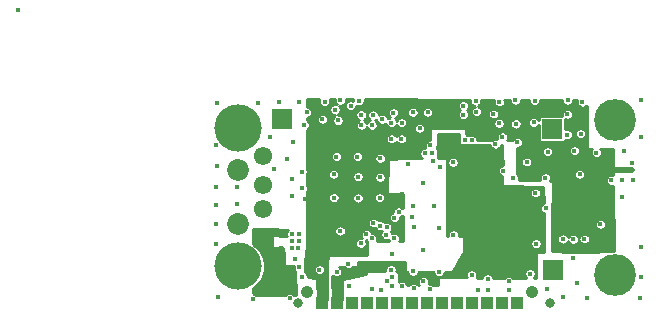
<source format=gbr>
G04 #@! TF.GenerationSoftware,KiCad,Pcbnew,(5.1.6)-1*
G04 #@! TF.CreationDate,2021-12-03T11:37:04+01:00*
G04 #@! TF.ProjectId,Keyvilboard2.0,4b657976-696c-4626-9f61-7264322e302e,rev?*
G04 #@! TF.SameCoordinates,Original*
G04 #@! TF.FileFunction,Copper,L2,Inr*
G04 #@! TF.FilePolarity,Positive*
%FSLAX46Y46*%
G04 Gerber Fmt 4.6, Leading zero omitted, Abs format (unit mm)*
G04 Created by KiCad (PCBNEW (5.1.6)-1) date 2021-12-03 11:37:04*
%MOMM*%
%LPD*%
G01*
G04 APERTURE LIST*
G04 #@! TA.AperFunction,ViaPad*
%ADD10R,1.725000X1.725000*%
G04 #@! TD*
G04 #@! TA.AperFunction,ViaPad*
%ADD11C,3.540000*%
G04 #@! TD*
G04 #@! TA.AperFunction,ViaPad*
%ADD12C,4.000000*%
G04 #@! TD*
G04 #@! TA.AperFunction,ViaPad*
%ADD13C,1.850000*%
G04 #@! TD*
G04 #@! TA.AperFunction,ViaPad*
%ADD14C,1.550000*%
G04 #@! TD*
G04 #@! TA.AperFunction,ViaPad*
%ADD15C,1.067000*%
G04 #@! TD*
G04 #@! TA.AperFunction,ViaPad*
%ADD16C,0.813000*%
G04 #@! TD*
G04 #@! TA.AperFunction,ViaPad*
%ADD17R,1.016000X1.016000*%
G04 #@! TD*
G04 #@! TA.AperFunction,ViaPad*
%ADD18C,0.450000*%
G04 #@! TD*
G04 #@! TA.AperFunction,Conductor*
%ADD19C,0.127000*%
G04 #@! TD*
G04 #@! TA.AperFunction,Conductor*
%ADD20C,0.508000*%
G04 #@! TD*
G04 #@! TA.AperFunction,Conductor*
%ADD21C,0.254000*%
G04 #@! TD*
G04 APERTURE END LIST*
D10*
G04 #@! TO.N,NRFTX*
G04 #@! TO.C,TX1*
X165000000Y-94560000D03*
G04 #@! TD*
G04 #@! TO.N,NRFRX*
G04 #@! TO.C,RX1*
X165060000Y-106460000D03*
G04 #@! TD*
G04 #@! TO.N,GND*
G04 #@! TO.C,GND1*
X142180000Y-93700000D03*
G04 #@! TD*
G04 #@! TO.N,+5V*
G04 #@! TO.C,5V+1*
X142030000Y-107360000D03*
G04 #@! TD*
D11*
G04 #@! TO.N,GND*
G04 #@! TO.C,USBFEMALE1*
X170370000Y-93820000D03*
X170370000Y-106940000D03*
G04 #@! TD*
D12*
G04 #@! TO.N,N/C*
G04 #@! TO.C,USBMALE1*
X138450000Y-94480000D03*
X138450000Y-106180000D03*
D13*
X138450000Y-102630000D03*
X138450000Y-98030000D03*
D14*
G04 #@! TO.N,GND*
X140550000Y-96830000D03*
G04 #@! TO.N,D+AT*
X140550000Y-99330000D03*
G04 #@! TO.N,D-AT*
X140550000Y-101330000D03*
G04 #@! TO.N,+5V*
X140550000Y-103830000D03*
G04 #@! TD*
D15*
G04 #@! TO.N,N/C*
G04 #@! TO.C,U1*
X163300000Y-108339000D03*
D16*
X164799000Y-109330000D03*
X143488000Y-109330000D03*
D15*
X144250000Y-108339000D03*
D17*
G04 #@! TO.N,GND*
X162030000Y-109330000D03*
G04 #@! TO.N,Net-(U1-Pad13)*
X160760000Y-109330000D03*
G04 #@! TO.N,Net-(U1-Pad12)*
X159490000Y-109330000D03*
G04 #@! TO.N,Net-(U1-Pad11)*
X158220000Y-109330000D03*
G04 #@! TO.N,Net-(U1-Pad10)*
X156950000Y-109330000D03*
G04 #@! TO.N,MCLR*
X155680000Y-109330000D03*
G04 #@! TO.N,TXUSBH-PGRCLK*
X154410000Y-109330000D03*
G04 #@! TO.N,RXUSBH-PGRDATA*
X153140000Y-109330000D03*
G04 #@! TO.N,RST*
X151870000Y-109330000D03*
G04 #@! TO.N,MISO*
X150600000Y-109330000D03*
G04 #@! TO.N,MOSI*
X149330000Y-109330000D03*
G04 #@! TO.N,SCLK*
X148060000Y-109330000D03*
G04 #@! TO.N,+3V3*
X146790000Y-109330000D03*
G04 #@! TO.N,VCC*
X145520000Y-109330000D03*
G04 #@! TD*
D18*
G04 #@! TO.N,*
X119820000Y-84490000D03*
G04 #@! TO.N,GND*
X154800000Y-96600000D03*
X154250000Y-96620000D03*
X171130000Y-96420000D03*
X170910000Y-100320000D03*
X169090000Y-102640000D03*
X156650000Y-103520000D03*
X156620000Y-97370000D03*
X150450000Y-97040000D03*
X146730000Y-96890000D03*
X148530000Y-96890000D03*
X150430000Y-98650000D03*
X146520000Y-98410000D03*
X148570000Y-98610000D03*
X148570000Y-100400000D03*
X150420000Y-100390000D03*
X146530000Y-100390000D03*
X158210000Y-106890000D03*
X154080000Y-104840000D03*
X154110000Y-99130000D03*
X143540000Y-103410000D03*
X142980000Y-103420000D03*
X142970000Y-104050000D03*
X143560000Y-104070000D03*
X143520000Y-104630000D03*
X142960000Y-104630000D03*
X143270000Y-105570000D03*
X136620000Y-92350000D03*
X140080000Y-92330000D03*
X143610000Y-92280000D03*
X145740000Y-92240000D03*
X141910000Y-92280000D03*
X136730000Y-108820000D03*
X139650000Y-108960000D03*
X142790000Y-108910000D03*
X136530000Y-104310000D03*
X136530000Y-102640000D03*
X136530000Y-100970000D03*
X136560000Y-99440000D03*
X136610000Y-97710000D03*
X136560000Y-95900000D03*
X138290000Y-100910000D03*
X138340000Y-99440000D03*
X141090000Y-95250000D03*
X141500000Y-97920000D03*
X142950000Y-98770000D03*
X143860000Y-99580000D03*
X143830000Y-98160000D03*
X142580000Y-97060000D03*
X143050000Y-95690000D03*
X144000000Y-94220000D03*
X144240000Y-93140000D03*
X143840000Y-107060000D03*
X146760000Y-106660000D03*
X145310000Y-106470000D03*
X143610000Y-106250000D03*
X158730000Y-108200000D03*
X159550000Y-107240000D03*
X159540000Y-108220000D03*
X161350000Y-108200000D03*
X161320000Y-107470000D03*
X146880000Y-93840000D03*
X145560000Y-93750000D03*
X146630000Y-92930000D03*
X147090000Y-92120000D03*
X148870000Y-94240000D03*
X148840000Y-93370000D03*
X149850000Y-93380000D03*
X150620000Y-93740000D03*
X151390000Y-94020000D03*
X151400000Y-95400000D03*
X152250000Y-95400000D03*
X152280000Y-94020000D03*
X151580000Y-93180000D03*
X154470000Y-93150000D03*
X153220000Y-93140000D03*
X154960000Y-97290000D03*
X153230000Y-101120000D03*
X155020000Y-101110000D03*
X153310000Y-102860000D03*
X155410000Y-102970000D03*
X163130000Y-106820000D03*
X164570000Y-108110000D03*
X165950000Y-108780000D03*
X172450000Y-108900000D03*
X172570000Y-92130000D03*
X172560000Y-95260000D03*
X172570000Y-104540000D03*
X172510000Y-107060000D03*
X167110000Y-107580000D03*
X167980000Y-108850000D03*
X168760000Y-96570000D03*
X167330000Y-98410000D03*
X166880000Y-96400000D03*
X164620000Y-96480000D03*
X164430000Y-98690000D03*
X164460000Y-101260000D03*
X163580000Y-99980000D03*
X161730000Y-98720000D03*
X162870000Y-97350000D03*
X162070000Y-95680000D03*
X160800000Y-95230000D03*
X167440000Y-94950000D03*
X167580000Y-92280000D03*
X166280000Y-95030000D03*
X166320000Y-92120000D03*
X166290000Y-93300000D03*
X163450000Y-94010000D03*
X163530000Y-92160000D03*
X161940000Y-94130000D03*
X161900000Y-92140000D03*
X160520000Y-94090000D03*
X160540000Y-92270000D03*
X160040000Y-93290000D03*
X158540000Y-92190000D03*
X166800000Y-105450000D03*
X157480000Y-92580000D03*
X152770000Y-97490000D03*
X149730000Y-108080000D03*
X147760000Y-105950000D03*
X153230000Y-106600000D03*
X163640000Y-104270000D03*
X151640000Y-102070000D03*
X151440000Y-105110000D03*
X151640000Y-103810000D03*
X170010000Y-98910000D03*
X170960000Y-98910000D03*
X171900000Y-98920000D03*
X154700000Y-95940000D03*
X153800000Y-94510000D03*
G04 #@! TO.N,+3V3*
X156470000Y-99310000D03*
X160250000Y-97410000D03*
X163520000Y-101520000D03*
X158835000Y-106880000D03*
X160193520Y-98580000D03*
X158830000Y-97680000D03*
X146820000Y-108300000D03*
X155490000Y-96830000D03*
X147910000Y-107020000D03*
G04 #@! TO.N,VCC*
X171810000Y-97460000D03*
X171790000Y-98010000D03*
X153600000Y-95730000D03*
X153410000Y-96810000D03*
X144800000Y-104690000D03*
X144800000Y-105150000D03*
X144810000Y-105620000D03*
X144552998Y-95590000D03*
X144110000Y-100520000D03*
X150590000Y-94340000D03*
X152304018Y-100068572D03*
X146750000Y-104260000D03*
X148276553Y-104861053D03*
X165140000Y-103000000D03*
G04 #@! TO.N,MCLR*
X160870000Y-98100000D03*
G04 #@! TO.N,RXUSBH-PGRDATA*
X148660000Y-92160000D03*
X153280000Y-108030000D03*
X158186340Y-95493660D03*
G04 #@! TO.N,+5V*
X142090000Y-104660000D03*
X142230000Y-103370000D03*
G04 #@! TO.N,Net-(22Ohm2-Pad2)*
X142950000Y-100200000D03*
X147060000Y-103200000D03*
G04 #@! TO.N,TXUSBH-PGRCLK*
X147960000Y-92590000D03*
X154653712Y-108133712D03*
X158601840Y-93110000D03*
X157478951Y-93351049D03*
X157609899Y-95468231D03*
G04 #@! TO.N,MISO*
X151010000Y-102860000D03*
X149740000Y-103830000D03*
X150540000Y-108220000D03*
G04 #@! TO.N,MOSI*
X150447168Y-102732909D03*
X149278398Y-103483799D03*
G04 #@! TO.N,SCLK*
X149885230Y-102515989D03*
X147820000Y-107870000D03*
X148819513Y-104228822D03*
G04 #@! TO.N,SS*
X149760000Y-94230000D03*
X150957606Y-103500000D03*
G04 #@! TO.N,DO*
X151454500Y-107049376D03*
G04 #@! TO.N,CLK*
X153180000Y-101980000D03*
X151454500Y-107880376D03*
X152285500Y-107880376D03*
G04 #@! TO.N,DI*
X151033575Y-107444032D03*
X154120000Y-107464876D03*
X155440000Y-106633876D03*
G04 #@! TO.N,CS*
X151361001Y-106480000D03*
G04 #@! TO.N,D11*
X160193520Y-95837998D03*
X152030001Y-101580000D03*
X155502998Y-97800000D03*
G04 #@! TO.N,VDC*
X165920000Y-103870000D03*
X167730000Y-103870000D03*
X166790000Y-103890000D03*
G04 #@! TD*
D19*
G04 #@! TO.N,VCC*
X145520000Y-109330000D02*
X145520000Y-108370000D01*
X145520000Y-108370000D02*
X145570000Y-108320000D01*
D20*
X171790000Y-98010000D02*
X169850000Y-98010000D01*
G04 #@! TD*
D21*
G04 #@! TO.N,+5V*
G36*
X141263784Y-103034256D02*
G01*
X141273003Y-104490804D01*
X141275600Y-104515564D01*
X141282977Y-104539342D01*
X141294852Y-104561224D01*
X141310768Y-104580369D01*
X141330112Y-104596041D01*
X141352143Y-104607638D01*
X141376012Y-104614714D01*
X141397435Y-104616974D01*
X142264717Y-104634495D01*
X142273012Y-105231764D01*
X142273040Y-105233174D01*
X142293040Y-106033174D01*
X142296098Y-106057882D01*
X142303919Y-106081518D01*
X142316200Y-106103174D01*
X142332470Y-106122019D01*
X142352104Y-106137327D01*
X142374347Y-106148511D01*
X142398344Y-106155140D01*
X142420000Y-106157000D01*
X143140114Y-106157000D01*
X143131000Y-106202823D01*
X143131000Y-106297177D01*
X143149407Y-106389719D01*
X143185515Y-106476892D01*
X143237936Y-106555345D01*
X143265022Y-106582431D01*
X143310199Y-108653000D01*
X143194367Y-108653000D01*
X143162064Y-108604655D01*
X143095345Y-108537936D01*
X143016892Y-108485515D01*
X142929719Y-108449407D01*
X142837177Y-108431000D01*
X142742823Y-108431000D01*
X142650281Y-108449407D01*
X142563108Y-108485515D01*
X142484655Y-108537936D01*
X142417936Y-108604655D01*
X142385633Y-108653000D01*
X140020409Y-108653000D01*
X139955345Y-108587936D01*
X139876892Y-108535515D01*
X139789719Y-108499407D01*
X139707000Y-108482954D01*
X139707000Y-108050962D01*
X139886841Y-107930796D01*
X140200796Y-107616841D01*
X140447469Y-107247669D01*
X140617380Y-106837468D01*
X140704000Y-106402000D01*
X140704000Y-105958000D01*
X140617380Y-105522532D01*
X140447469Y-105112331D01*
X140200796Y-104743159D01*
X139886841Y-104429204D01*
X139698718Y-104303504D01*
X139697000Y-104059532D01*
X139697000Y-102999822D01*
X141263784Y-103034256D01*
G37*
X141263784Y-103034256D02*
X141273003Y-104490804D01*
X141275600Y-104515564D01*
X141282977Y-104539342D01*
X141294852Y-104561224D01*
X141310768Y-104580369D01*
X141330112Y-104596041D01*
X141352143Y-104607638D01*
X141376012Y-104614714D01*
X141397435Y-104616974D01*
X142264717Y-104634495D01*
X142273012Y-105231764D01*
X142273040Y-105233174D01*
X142293040Y-106033174D01*
X142296098Y-106057882D01*
X142303919Y-106081518D01*
X142316200Y-106103174D01*
X142332470Y-106122019D01*
X142352104Y-106137327D01*
X142374347Y-106148511D01*
X142398344Y-106155140D01*
X142420000Y-106157000D01*
X143140114Y-106157000D01*
X143131000Y-106202823D01*
X143131000Y-106297177D01*
X143149407Y-106389719D01*
X143185515Y-106476892D01*
X143237936Y-106555345D01*
X143265022Y-106582431D01*
X143310199Y-108653000D01*
X143194367Y-108653000D01*
X143162064Y-108604655D01*
X143095345Y-108537936D01*
X143016892Y-108485515D01*
X142929719Y-108449407D01*
X142837177Y-108431000D01*
X142742823Y-108431000D01*
X142650281Y-108449407D01*
X142563108Y-108485515D01*
X142484655Y-108537936D01*
X142417936Y-108604655D01*
X142385633Y-108653000D01*
X140020409Y-108653000D01*
X139955345Y-108587936D01*
X139876892Y-108535515D01*
X139789719Y-108499407D01*
X139707000Y-108482954D01*
X139707000Y-108050962D01*
X139886841Y-107930796D01*
X140200796Y-107616841D01*
X140447469Y-107247669D01*
X140617380Y-106837468D01*
X140704000Y-106402000D01*
X140704000Y-105958000D01*
X140617380Y-105522532D01*
X140447469Y-105112331D01*
X140200796Y-104743159D01*
X139886841Y-104429204D01*
X139698718Y-104303504D01*
X139697000Y-104059532D01*
X139697000Y-102999822D01*
X141263784Y-103034256D01*
G04 #@! TO.N,+3V3*
G36*
X157123007Y-95828826D02*
G01*
X157125706Y-95853576D01*
X157133181Y-95877323D01*
X157145146Y-95899156D01*
X157161140Y-95918235D01*
X157180549Y-95933828D01*
X157202627Y-95945334D01*
X157226526Y-95952312D01*
X157250520Y-95954499D01*
X158039409Y-95951266D01*
X158046621Y-95954253D01*
X158139163Y-95972660D01*
X158233517Y-95972660D01*
X158326059Y-95954253D01*
X158336207Y-95950050D01*
X159726291Y-95944352D01*
X159732927Y-95977717D01*
X159769035Y-96064890D01*
X159821456Y-96143343D01*
X159888175Y-96210062D01*
X159966628Y-96262483D01*
X160053801Y-96298591D01*
X160146343Y-96316998D01*
X160240697Y-96316998D01*
X160333239Y-96298591D01*
X160420412Y-96262483D01*
X160498865Y-96210062D01*
X160565584Y-96143343D01*
X160618005Y-96064890D01*
X160654113Y-95977717D01*
X160661512Y-95940520D01*
X160783919Y-95940018D01*
X160796121Y-97626311D01*
X160730281Y-97639407D01*
X160643108Y-97675515D01*
X160564655Y-97727936D01*
X160497936Y-97794655D01*
X160445515Y-97873108D01*
X160409407Y-97960281D01*
X160391000Y-98052823D01*
X160391000Y-98147177D01*
X160409407Y-98239719D01*
X160445515Y-98326892D01*
X160497936Y-98405345D01*
X160564655Y-98472064D01*
X160643108Y-98524485D01*
X160730281Y-98560593D01*
X160802986Y-98575054D01*
X160808003Y-99268419D01*
X160810623Y-99293177D01*
X160818022Y-99316949D01*
X160829917Y-99338820D01*
X160845850Y-99357950D01*
X160865208Y-99373604D01*
X160887249Y-99385181D01*
X160911125Y-99392236D01*
X160933076Y-99394485D01*
X164274292Y-99445109D01*
X164288487Y-100812576D01*
X164233108Y-100835515D01*
X164154655Y-100887936D01*
X164087936Y-100954655D01*
X164035515Y-101033108D01*
X163999407Y-101120281D01*
X163981000Y-101212823D01*
X163981000Y-101307177D01*
X163999407Y-101399719D01*
X164035515Y-101486892D01*
X164087936Y-101565345D01*
X164154655Y-101632064D01*
X164233108Y-101684485D01*
X164297816Y-101711288D01*
X164331675Y-104973000D01*
X163750000Y-104973000D01*
X163725224Y-104975440D01*
X163701399Y-104982667D01*
X163679443Y-104994403D01*
X163660197Y-105010197D01*
X163644403Y-105029443D01*
X163632667Y-105051399D01*
X163625440Y-105075224D01*
X163623000Y-105100000D01*
X163623000Y-107152538D01*
X163475407Y-107152002D01*
X163502064Y-107125345D01*
X163554485Y-107046892D01*
X163590593Y-106959719D01*
X163609000Y-106867177D01*
X163609000Y-106772823D01*
X163590593Y-106680281D01*
X163554485Y-106593108D01*
X163502064Y-106514655D01*
X163435345Y-106447936D01*
X163356892Y-106395515D01*
X163269719Y-106359407D01*
X163177177Y-106341000D01*
X163082823Y-106341000D01*
X162990281Y-106359407D01*
X162903108Y-106395515D01*
X162824655Y-106447936D01*
X162757936Y-106514655D01*
X162705515Y-106593108D01*
X162669407Y-106680281D01*
X162651000Y-106772823D01*
X162651000Y-106867177D01*
X162669407Y-106959719D01*
X162705515Y-107046892D01*
X162757936Y-107125345D01*
X162782075Y-107149484D01*
X161672864Y-107145455D01*
X161625345Y-107097936D01*
X161546892Y-107045515D01*
X161459719Y-107009407D01*
X161367177Y-106991000D01*
X161272823Y-106991000D01*
X161180281Y-107009407D01*
X161093108Y-107045515D01*
X161014655Y-107097936D01*
X160969690Y-107142901D01*
X160018383Y-107139446D01*
X160010593Y-107100281D01*
X159974485Y-107013108D01*
X159922064Y-106934655D01*
X159855345Y-106867936D01*
X159776892Y-106815515D01*
X159689719Y-106779407D01*
X159597177Y-106761000D01*
X159502823Y-106761000D01*
X159410281Y-106779407D01*
X159323108Y-106815515D01*
X159244655Y-106867936D01*
X159177936Y-106934655D01*
X159125515Y-107013108D01*
X159089407Y-107100281D01*
X159082293Y-107136046D01*
X158622801Y-107134378D01*
X158634485Y-107116892D01*
X158670593Y-107029719D01*
X158689000Y-106937177D01*
X158689000Y-106842823D01*
X158670593Y-106750281D01*
X158634485Y-106663108D01*
X158582064Y-106584655D01*
X158515345Y-106517936D01*
X158436892Y-106465515D01*
X158349719Y-106429407D01*
X158257177Y-106411000D01*
X158162823Y-106411000D01*
X158070281Y-106429407D01*
X157983108Y-106465515D01*
X157904655Y-106517936D01*
X157837936Y-106584655D01*
X157785515Y-106663108D01*
X157749407Y-106750281D01*
X157731000Y-106842823D01*
X157731000Y-106937177D01*
X157749407Y-107029719D01*
X157785515Y-107116892D01*
X157795190Y-107131372D01*
X155490461Y-107123001D01*
X155465676Y-107125351D01*
X155441826Y-107132492D01*
X155419827Y-107144148D01*
X155400524Y-107159872D01*
X155384660Y-107179060D01*
X155372845Y-107200973D01*
X155365531Y-107224771D01*
X155363000Y-107250000D01*
X155363000Y-107763000D01*
X154960409Y-107763000D01*
X154959057Y-107761648D01*
X154880604Y-107709227D01*
X154793431Y-107673119D01*
X154700889Y-107654712D01*
X154606535Y-107654712D01*
X154555641Y-107664835D01*
X154580593Y-107604595D01*
X154599000Y-107512053D01*
X154599000Y-107417699D01*
X154580593Y-107325157D01*
X154544485Y-107237984D01*
X154492064Y-107159531D01*
X154425345Y-107092812D01*
X154346892Y-107040391D01*
X154259719Y-107004283D01*
X154167177Y-106985876D01*
X154072823Y-106985876D01*
X153980281Y-107004283D01*
X153893108Y-107040391D01*
X153814655Y-107092812D01*
X153747936Y-107159531D01*
X153695515Y-107237984D01*
X153659407Y-107325157D01*
X153641000Y-107417699D01*
X153641000Y-107512053D01*
X153659407Y-107604595D01*
X153695515Y-107691768D01*
X153744541Y-107765141D01*
X153679300Y-107765417D01*
X153652064Y-107724655D01*
X153585345Y-107657936D01*
X153506892Y-107605515D01*
X153419719Y-107569407D01*
X153327177Y-107551000D01*
X153232823Y-107551000D01*
X153140281Y-107569407D01*
X153053108Y-107605515D01*
X152974655Y-107657936D01*
X152907936Y-107724655D01*
X152878432Y-107768811D01*
X152751800Y-107769347D01*
X152746093Y-107740657D01*
X152709985Y-107653484D01*
X152657564Y-107575031D01*
X152590845Y-107508312D01*
X152512392Y-107455891D01*
X152425219Y-107419783D01*
X152332677Y-107401376D01*
X152238323Y-107401376D01*
X152145781Y-107419783D01*
X152058608Y-107455891D01*
X152020646Y-107481257D01*
X152026995Y-106751104D01*
X152024770Y-106726308D01*
X152017751Y-106702421D01*
X152006206Y-106680363D01*
X151990580Y-106660982D01*
X151971473Y-106645021D01*
X151949619Y-106633094D01*
X151925859Y-106625660D01*
X151900370Y-106623001D01*
X151820331Y-106622768D01*
X151821594Y-106619719D01*
X151840001Y-106527177D01*
X151840001Y-106432823D01*
X151821594Y-106340281D01*
X151785486Y-106253108D01*
X151733065Y-106174655D01*
X151666346Y-106107936D01*
X151587893Y-106055515D01*
X151500720Y-106019407D01*
X151408178Y-106001000D01*
X151313824Y-106001000D01*
X151221282Y-106019407D01*
X151134109Y-106055515D01*
X151055656Y-106107936D01*
X150988937Y-106174655D01*
X150936516Y-106253108D01*
X150900408Y-106340281D01*
X150882001Y-106432823D01*
X150882001Y-106527177D01*
X150900408Y-106619719D01*
X150900560Y-106620086D01*
X148595833Y-106613367D01*
X148588196Y-105788531D01*
X152543000Y-105835501D01*
X152543000Y-106520000D01*
X152545440Y-106544776D01*
X152552667Y-106568601D01*
X152564403Y-106590557D01*
X152580197Y-106609803D01*
X152599443Y-106625597D01*
X152621399Y-106637333D01*
X152645224Y-106644560D01*
X152670000Y-106647000D01*
X152751000Y-106647000D01*
X152751000Y-106647177D01*
X152769407Y-106739719D01*
X152805515Y-106826892D01*
X152857936Y-106905345D01*
X152924655Y-106972064D01*
X153003108Y-107024485D01*
X153090281Y-107060593D01*
X153182823Y-107079000D01*
X153277177Y-107079000D01*
X153369719Y-107060593D01*
X153456892Y-107024485D01*
X153535345Y-106972064D01*
X153602064Y-106905345D01*
X153654485Y-106826892D01*
X153690593Y-106739719D01*
X153709000Y-106647177D01*
X153709000Y-106647000D01*
X154961000Y-106647000D01*
X154961000Y-106681053D01*
X154979407Y-106773595D01*
X155015515Y-106860768D01*
X155067936Y-106939221D01*
X155134655Y-107005940D01*
X155213108Y-107058361D01*
X155300281Y-107094469D01*
X155392823Y-107112876D01*
X155487177Y-107112876D01*
X155579719Y-107094469D01*
X155666892Y-107058361D01*
X155745345Y-107005940D01*
X155812064Y-106939221D01*
X155864485Y-106860768D01*
X155900593Y-106773595D01*
X155919000Y-106681053D01*
X155919000Y-106647000D01*
X157440000Y-106647000D01*
X157464776Y-106644560D01*
X157488601Y-106637333D01*
X157510557Y-106625597D01*
X157529803Y-106609803D01*
X157545597Y-106590557D01*
X157557333Y-106568601D01*
X157564560Y-106544776D01*
X157566999Y-106520452D01*
X157575175Y-104222823D01*
X163161000Y-104222823D01*
X163161000Y-104317177D01*
X163179407Y-104409719D01*
X163215515Y-104496892D01*
X163267936Y-104575345D01*
X163334655Y-104642064D01*
X163413108Y-104694485D01*
X163500281Y-104730593D01*
X163592823Y-104749000D01*
X163687177Y-104749000D01*
X163779719Y-104730593D01*
X163866892Y-104694485D01*
X163945345Y-104642064D01*
X164012064Y-104575345D01*
X164064485Y-104496892D01*
X164100593Y-104409719D01*
X164119000Y-104317177D01*
X164119000Y-104222823D01*
X164100593Y-104130281D01*
X164064485Y-104043108D01*
X164012064Y-103964655D01*
X163945345Y-103897936D01*
X163866892Y-103845515D01*
X163779719Y-103809407D01*
X163687177Y-103791000D01*
X163592823Y-103791000D01*
X163500281Y-103809407D01*
X163413108Y-103845515D01*
X163334655Y-103897936D01*
X163267936Y-103964655D01*
X163215515Y-104043108D01*
X163179407Y-104130281D01*
X163161000Y-104222823D01*
X157575175Y-104222823D01*
X157576999Y-103710452D01*
X157574647Y-103685667D01*
X157567505Y-103661817D01*
X157555847Y-103639819D01*
X157540122Y-103620518D01*
X157520933Y-103604655D01*
X157499018Y-103592841D01*
X157475220Y-103585529D01*
X157450000Y-103583000D01*
X157125853Y-103583000D01*
X157129000Y-103567177D01*
X157129000Y-103472823D01*
X157110593Y-103380281D01*
X157074485Y-103293108D01*
X157022064Y-103214655D01*
X156955345Y-103147936D01*
X156876892Y-103095515D01*
X156789719Y-103059407D01*
X156697177Y-103041000D01*
X156602823Y-103041000D01*
X156510281Y-103059407D01*
X156423108Y-103095515D01*
X156344655Y-103147936D01*
X156277936Y-103214655D01*
X156225515Y-103293108D01*
X156189407Y-103380281D01*
X156171000Y-103472823D01*
X156171000Y-103567177D01*
X156174147Y-103583000D01*
X156146228Y-103583000D01*
X156123972Y-99932823D01*
X163101000Y-99932823D01*
X163101000Y-100027177D01*
X163119407Y-100119719D01*
X163155515Y-100206892D01*
X163207936Y-100285345D01*
X163274655Y-100352064D01*
X163353108Y-100404485D01*
X163440281Y-100440593D01*
X163532823Y-100459000D01*
X163627177Y-100459000D01*
X163719719Y-100440593D01*
X163806892Y-100404485D01*
X163885345Y-100352064D01*
X163952064Y-100285345D01*
X164004485Y-100206892D01*
X164040593Y-100119719D01*
X164059000Y-100027177D01*
X164059000Y-99932823D01*
X164040593Y-99840281D01*
X164004485Y-99753108D01*
X163952064Y-99674655D01*
X163885345Y-99607936D01*
X163806892Y-99555515D01*
X163719719Y-99519407D01*
X163627177Y-99501000D01*
X163532823Y-99501000D01*
X163440281Y-99519407D01*
X163353108Y-99555515D01*
X163274655Y-99607936D01*
X163207936Y-99674655D01*
X163155515Y-99753108D01*
X163119407Y-99840281D01*
X163101000Y-99932823D01*
X156123972Y-99932823D01*
X156108057Y-97322823D01*
X156141000Y-97322823D01*
X156141000Y-97417177D01*
X156159407Y-97509719D01*
X156195515Y-97596892D01*
X156247936Y-97675345D01*
X156314655Y-97742064D01*
X156393108Y-97794485D01*
X156480281Y-97830593D01*
X156572823Y-97849000D01*
X156667177Y-97849000D01*
X156759719Y-97830593D01*
X156846892Y-97794485D01*
X156925345Y-97742064D01*
X156992064Y-97675345D01*
X157044485Y-97596892D01*
X157080593Y-97509719D01*
X157099000Y-97417177D01*
X157099000Y-97322823D01*
X157080593Y-97230281D01*
X157044485Y-97143108D01*
X156992064Y-97064655D01*
X156925345Y-96997936D01*
X156846892Y-96945515D01*
X156759719Y-96909407D01*
X156667177Y-96891000D01*
X156572823Y-96891000D01*
X156480281Y-96909407D01*
X156393108Y-96945515D01*
X156314655Y-96997936D01*
X156247936Y-97064655D01*
X156195515Y-97143108D01*
X156159407Y-97230281D01*
X156141000Y-97322823D01*
X156108057Y-97322823D01*
X156106998Y-97149226D01*
X156104406Y-97124464D01*
X156097034Y-97100685D01*
X156085164Y-97078800D01*
X156069253Y-97059652D01*
X156049912Y-97043975D01*
X156027884Y-97032373D01*
X156004017Y-97025292D01*
X155981693Y-97023011D01*
X155356445Y-97014674D01*
X155347560Y-95015743D01*
X157114333Y-94998251D01*
X157123007Y-95828826D01*
G37*
X157123007Y-95828826D02*
X157125706Y-95853576D01*
X157133181Y-95877323D01*
X157145146Y-95899156D01*
X157161140Y-95918235D01*
X157180549Y-95933828D01*
X157202627Y-95945334D01*
X157226526Y-95952312D01*
X157250520Y-95954499D01*
X158039409Y-95951266D01*
X158046621Y-95954253D01*
X158139163Y-95972660D01*
X158233517Y-95972660D01*
X158326059Y-95954253D01*
X158336207Y-95950050D01*
X159726291Y-95944352D01*
X159732927Y-95977717D01*
X159769035Y-96064890D01*
X159821456Y-96143343D01*
X159888175Y-96210062D01*
X159966628Y-96262483D01*
X160053801Y-96298591D01*
X160146343Y-96316998D01*
X160240697Y-96316998D01*
X160333239Y-96298591D01*
X160420412Y-96262483D01*
X160498865Y-96210062D01*
X160565584Y-96143343D01*
X160618005Y-96064890D01*
X160654113Y-95977717D01*
X160661512Y-95940520D01*
X160783919Y-95940018D01*
X160796121Y-97626311D01*
X160730281Y-97639407D01*
X160643108Y-97675515D01*
X160564655Y-97727936D01*
X160497936Y-97794655D01*
X160445515Y-97873108D01*
X160409407Y-97960281D01*
X160391000Y-98052823D01*
X160391000Y-98147177D01*
X160409407Y-98239719D01*
X160445515Y-98326892D01*
X160497936Y-98405345D01*
X160564655Y-98472064D01*
X160643108Y-98524485D01*
X160730281Y-98560593D01*
X160802986Y-98575054D01*
X160808003Y-99268419D01*
X160810623Y-99293177D01*
X160818022Y-99316949D01*
X160829917Y-99338820D01*
X160845850Y-99357950D01*
X160865208Y-99373604D01*
X160887249Y-99385181D01*
X160911125Y-99392236D01*
X160933076Y-99394485D01*
X164274292Y-99445109D01*
X164288487Y-100812576D01*
X164233108Y-100835515D01*
X164154655Y-100887936D01*
X164087936Y-100954655D01*
X164035515Y-101033108D01*
X163999407Y-101120281D01*
X163981000Y-101212823D01*
X163981000Y-101307177D01*
X163999407Y-101399719D01*
X164035515Y-101486892D01*
X164087936Y-101565345D01*
X164154655Y-101632064D01*
X164233108Y-101684485D01*
X164297816Y-101711288D01*
X164331675Y-104973000D01*
X163750000Y-104973000D01*
X163725224Y-104975440D01*
X163701399Y-104982667D01*
X163679443Y-104994403D01*
X163660197Y-105010197D01*
X163644403Y-105029443D01*
X163632667Y-105051399D01*
X163625440Y-105075224D01*
X163623000Y-105100000D01*
X163623000Y-107152538D01*
X163475407Y-107152002D01*
X163502064Y-107125345D01*
X163554485Y-107046892D01*
X163590593Y-106959719D01*
X163609000Y-106867177D01*
X163609000Y-106772823D01*
X163590593Y-106680281D01*
X163554485Y-106593108D01*
X163502064Y-106514655D01*
X163435345Y-106447936D01*
X163356892Y-106395515D01*
X163269719Y-106359407D01*
X163177177Y-106341000D01*
X163082823Y-106341000D01*
X162990281Y-106359407D01*
X162903108Y-106395515D01*
X162824655Y-106447936D01*
X162757936Y-106514655D01*
X162705515Y-106593108D01*
X162669407Y-106680281D01*
X162651000Y-106772823D01*
X162651000Y-106867177D01*
X162669407Y-106959719D01*
X162705515Y-107046892D01*
X162757936Y-107125345D01*
X162782075Y-107149484D01*
X161672864Y-107145455D01*
X161625345Y-107097936D01*
X161546892Y-107045515D01*
X161459719Y-107009407D01*
X161367177Y-106991000D01*
X161272823Y-106991000D01*
X161180281Y-107009407D01*
X161093108Y-107045515D01*
X161014655Y-107097936D01*
X160969690Y-107142901D01*
X160018383Y-107139446D01*
X160010593Y-107100281D01*
X159974485Y-107013108D01*
X159922064Y-106934655D01*
X159855345Y-106867936D01*
X159776892Y-106815515D01*
X159689719Y-106779407D01*
X159597177Y-106761000D01*
X159502823Y-106761000D01*
X159410281Y-106779407D01*
X159323108Y-106815515D01*
X159244655Y-106867936D01*
X159177936Y-106934655D01*
X159125515Y-107013108D01*
X159089407Y-107100281D01*
X159082293Y-107136046D01*
X158622801Y-107134378D01*
X158634485Y-107116892D01*
X158670593Y-107029719D01*
X158689000Y-106937177D01*
X158689000Y-106842823D01*
X158670593Y-106750281D01*
X158634485Y-106663108D01*
X158582064Y-106584655D01*
X158515345Y-106517936D01*
X158436892Y-106465515D01*
X158349719Y-106429407D01*
X158257177Y-106411000D01*
X158162823Y-106411000D01*
X158070281Y-106429407D01*
X157983108Y-106465515D01*
X157904655Y-106517936D01*
X157837936Y-106584655D01*
X157785515Y-106663108D01*
X157749407Y-106750281D01*
X157731000Y-106842823D01*
X157731000Y-106937177D01*
X157749407Y-107029719D01*
X157785515Y-107116892D01*
X157795190Y-107131372D01*
X155490461Y-107123001D01*
X155465676Y-107125351D01*
X155441826Y-107132492D01*
X155419827Y-107144148D01*
X155400524Y-107159872D01*
X155384660Y-107179060D01*
X155372845Y-107200973D01*
X155365531Y-107224771D01*
X155363000Y-107250000D01*
X155363000Y-107763000D01*
X154960409Y-107763000D01*
X154959057Y-107761648D01*
X154880604Y-107709227D01*
X154793431Y-107673119D01*
X154700889Y-107654712D01*
X154606535Y-107654712D01*
X154555641Y-107664835D01*
X154580593Y-107604595D01*
X154599000Y-107512053D01*
X154599000Y-107417699D01*
X154580593Y-107325157D01*
X154544485Y-107237984D01*
X154492064Y-107159531D01*
X154425345Y-107092812D01*
X154346892Y-107040391D01*
X154259719Y-107004283D01*
X154167177Y-106985876D01*
X154072823Y-106985876D01*
X153980281Y-107004283D01*
X153893108Y-107040391D01*
X153814655Y-107092812D01*
X153747936Y-107159531D01*
X153695515Y-107237984D01*
X153659407Y-107325157D01*
X153641000Y-107417699D01*
X153641000Y-107512053D01*
X153659407Y-107604595D01*
X153695515Y-107691768D01*
X153744541Y-107765141D01*
X153679300Y-107765417D01*
X153652064Y-107724655D01*
X153585345Y-107657936D01*
X153506892Y-107605515D01*
X153419719Y-107569407D01*
X153327177Y-107551000D01*
X153232823Y-107551000D01*
X153140281Y-107569407D01*
X153053108Y-107605515D01*
X152974655Y-107657936D01*
X152907936Y-107724655D01*
X152878432Y-107768811D01*
X152751800Y-107769347D01*
X152746093Y-107740657D01*
X152709985Y-107653484D01*
X152657564Y-107575031D01*
X152590845Y-107508312D01*
X152512392Y-107455891D01*
X152425219Y-107419783D01*
X152332677Y-107401376D01*
X152238323Y-107401376D01*
X152145781Y-107419783D01*
X152058608Y-107455891D01*
X152020646Y-107481257D01*
X152026995Y-106751104D01*
X152024770Y-106726308D01*
X152017751Y-106702421D01*
X152006206Y-106680363D01*
X151990580Y-106660982D01*
X151971473Y-106645021D01*
X151949619Y-106633094D01*
X151925859Y-106625660D01*
X151900370Y-106623001D01*
X151820331Y-106622768D01*
X151821594Y-106619719D01*
X151840001Y-106527177D01*
X151840001Y-106432823D01*
X151821594Y-106340281D01*
X151785486Y-106253108D01*
X151733065Y-106174655D01*
X151666346Y-106107936D01*
X151587893Y-106055515D01*
X151500720Y-106019407D01*
X151408178Y-106001000D01*
X151313824Y-106001000D01*
X151221282Y-106019407D01*
X151134109Y-106055515D01*
X151055656Y-106107936D01*
X150988937Y-106174655D01*
X150936516Y-106253108D01*
X150900408Y-106340281D01*
X150882001Y-106432823D01*
X150882001Y-106527177D01*
X150900408Y-106619719D01*
X150900560Y-106620086D01*
X148595833Y-106613367D01*
X148588196Y-105788531D01*
X152543000Y-105835501D01*
X152543000Y-106520000D01*
X152545440Y-106544776D01*
X152552667Y-106568601D01*
X152564403Y-106590557D01*
X152580197Y-106609803D01*
X152599443Y-106625597D01*
X152621399Y-106637333D01*
X152645224Y-106644560D01*
X152670000Y-106647000D01*
X152751000Y-106647000D01*
X152751000Y-106647177D01*
X152769407Y-106739719D01*
X152805515Y-106826892D01*
X152857936Y-106905345D01*
X152924655Y-106972064D01*
X153003108Y-107024485D01*
X153090281Y-107060593D01*
X153182823Y-107079000D01*
X153277177Y-107079000D01*
X153369719Y-107060593D01*
X153456892Y-107024485D01*
X153535345Y-106972064D01*
X153602064Y-106905345D01*
X153654485Y-106826892D01*
X153690593Y-106739719D01*
X153709000Y-106647177D01*
X153709000Y-106647000D01*
X154961000Y-106647000D01*
X154961000Y-106681053D01*
X154979407Y-106773595D01*
X155015515Y-106860768D01*
X155067936Y-106939221D01*
X155134655Y-107005940D01*
X155213108Y-107058361D01*
X155300281Y-107094469D01*
X155392823Y-107112876D01*
X155487177Y-107112876D01*
X155579719Y-107094469D01*
X155666892Y-107058361D01*
X155745345Y-107005940D01*
X155812064Y-106939221D01*
X155864485Y-106860768D01*
X155900593Y-106773595D01*
X155919000Y-106681053D01*
X155919000Y-106647000D01*
X157440000Y-106647000D01*
X157464776Y-106644560D01*
X157488601Y-106637333D01*
X157510557Y-106625597D01*
X157529803Y-106609803D01*
X157545597Y-106590557D01*
X157557333Y-106568601D01*
X157564560Y-106544776D01*
X157566999Y-106520452D01*
X157575175Y-104222823D01*
X163161000Y-104222823D01*
X163161000Y-104317177D01*
X163179407Y-104409719D01*
X163215515Y-104496892D01*
X163267936Y-104575345D01*
X163334655Y-104642064D01*
X163413108Y-104694485D01*
X163500281Y-104730593D01*
X163592823Y-104749000D01*
X163687177Y-104749000D01*
X163779719Y-104730593D01*
X163866892Y-104694485D01*
X163945345Y-104642064D01*
X164012064Y-104575345D01*
X164064485Y-104496892D01*
X164100593Y-104409719D01*
X164119000Y-104317177D01*
X164119000Y-104222823D01*
X164100593Y-104130281D01*
X164064485Y-104043108D01*
X164012064Y-103964655D01*
X163945345Y-103897936D01*
X163866892Y-103845515D01*
X163779719Y-103809407D01*
X163687177Y-103791000D01*
X163592823Y-103791000D01*
X163500281Y-103809407D01*
X163413108Y-103845515D01*
X163334655Y-103897936D01*
X163267936Y-103964655D01*
X163215515Y-104043108D01*
X163179407Y-104130281D01*
X163161000Y-104222823D01*
X157575175Y-104222823D01*
X157576999Y-103710452D01*
X157574647Y-103685667D01*
X157567505Y-103661817D01*
X157555847Y-103639819D01*
X157540122Y-103620518D01*
X157520933Y-103604655D01*
X157499018Y-103592841D01*
X157475220Y-103585529D01*
X157450000Y-103583000D01*
X157125853Y-103583000D01*
X157129000Y-103567177D01*
X157129000Y-103472823D01*
X157110593Y-103380281D01*
X157074485Y-103293108D01*
X157022064Y-103214655D01*
X156955345Y-103147936D01*
X156876892Y-103095515D01*
X156789719Y-103059407D01*
X156697177Y-103041000D01*
X156602823Y-103041000D01*
X156510281Y-103059407D01*
X156423108Y-103095515D01*
X156344655Y-103147936D01*
X156277936Y-103214655D01*
X156225515Y-103293108D01*
X156189407Y-103380281D01*
X156171000Y-103472823D01*
X156171000Y-103567177D01*
X156174147Y-103583000D01*
X156146228Y-103583000D01*
X156123972Y-99932823D01*
X163101000Y-99932823D01*
X163101000Y-100027177D01*
X163119407Y-100119719D01*
X163155515Y-100206892D01*
X163207936Y-100285345D01*
X163274655Y-100352064D01*
X163353108Y-100404485D01*
X163440281Y-100440593D01*
X163532823Y-100459000D01*
X163627177Y-100459000D01*
X163719719Y-100440593D01*
X163806892Y-100404485D01*
X163885345Y-100352064D01*
X163952064Y-100285345D01*
X164004485Y-100206892D01*
X164040593Y-100119719D01*
X164059000Y-100027177D01*
X164059000Y-99932823D01*
X164040593Y-99840281D01*
X164004485Y-99753108D01*
X163952064Y-99674655D01*
X163885345Y-99607936D01*
X163806892Y-99555515D01*
X163719719Y-99519407D01*
X163627177Y-99501000D01*
X163532823Y-99501000D01*
X163440281Y-99519407D01*
X163353108Y-99555515D01*
X163274655Y-99607936D01*
X163207936Y-99674655D01*
X163155515Y-99753108D01*
X163119407Y-99840281D01*
X163101000Y-99932823D01*
X156123972Y-99932823D01*
X156108057Y-97322823D01*
X156141000Y-97322823D01*
X156141000Y-97417177D01*
X156159407Y-97509719D01*
X156195515Y-97596892D01*
X156247936Y-97675345D01*
X156314655Y-97742064D01*
X156393108Y-97794485D01*
X156480281Y-97830593D01*
X156572823Y-97849000D01*
X156667177Y-97849000D01*
X156759719Y-97830593D01*
X156846892Y-97794485D01*
X156925345Y-97742064D01*
X156992064Y-97675345D01*
X157044485Y-97596892D01*
X157080593Y-97509719D01*
X157099000Y-97417177D01*
X157099000Y-97322823D01*
X157080593Y-97230281D01*
X157044485Y-97143108D01*
X156992064Y-97064655D01*
X156925345Y-96997936D01*
X156846892Y-96945515D01*
X156759719Y-96909407D01*
X156667177Y-96891000D01*
X156572823Y-96891000D01*
X156480281Y-96909407D01*
X156393108Y-96945515D01*
X156314655Y-96997936D01*
X156247936Y-97064655D01*
X156195515Y-97143108D01*
X156159407Y-97230281D01*
X156141000Y-97322823D01*
X156108057Y-97322823D01*
X156106998Y-97149226D01*
X156104406Y-97124464D01*
X156097034Y-97100685D01*
X156085164Y-97078800D01*
X156069253Y-97059652D01*
X156049912Y-97043975D01*
X156027884Y-97032373D01*
X156004017Y-97025292D01*
X155981693Y-97023011D01*
X155356445Y-97014674D01*
X155347560Y-95015743D01*
X157114333Y-94998251D01*
X157123007Y-95828826D01*
G36*
X155363000Y-96279614D02*
G01*
X155239355Y-96276360D01*
X155244626Y-95997000D01*
X155363000Y-95997000D01*
X155363000Y-96279614D01*
G37*
X155363000Y-96279614D02*
X155239355Y-96276360D01*
X155244626Y-95997000D01*
X155363000Y-95997000D01*
X155363000Y-96279614D01*
G36*
X157464070Y-106408238D02*
G01*
X156606023Y-106601991D01*
X157477909Y-105100409D01*
X157464070Y-106408238D01*
G37*
X157464070Y-106408238D02*
X156606023Y-106601991D01*
X157477909Y-105100409D01*
X157464070Y-106408238D01*
G36*
X160824510Y-97621000D02*
G01*
X160822823Y-97621000D01*
X160730281Y-97639407D01*
X160643108Y-97675515D01*
X160564655Y-97727936D01*
X160497936Y-97794655D01*
X160445515Y-97873108D01*
X160440740Y-97884637D01*
X159676881Y-97843187D01*
X159663191Y-97843183D01*
X158305612Y-97916073D01*
X158298012Y-97186539D01*
X160815549Y-97177450D01*
X160824510Y-97621000D01*
G37*
X160824510Y-97621000D02*
X160822823Y-97621000D01*
X160730281Y-97639407D01*
X160643108Y-97675515D01*
X160564655Y-97727936D01*
X160497936Y-97794655D01*
X160445515Y-97873108D01*
X160440740Y-97884637D01*
X159676881Y-97843187D01*
X159663191Y-97843183D01*
X158305612Y-97916073D01*
X158298012Y-97186539D01*
X160815549Y-97177450D01*
X160824510Y-97621000D01*
G04 #@! TO.N,+5V*
G36*
X142619681Y-103102910D02*
G01*
X142607936Y-103114655D01*
X142555515Y-103193108D01*
X142519407Y-103280281D01*
X142501000Y-103372823D01*
X142501000Y-103467177D01*
X142519407Y-103559719D01*
X142532132Y-103590441D01*
X141200312Y-103574099D01*
X141019882Y-103061678D01*
X142619681Y-103102910D01*
G37*
X142619681Y-103102910D02*
X142607936Y-103114655D01*
X142555515Y-103193108D01*
X142519407Y-103280281D01*
X142501000Y-103372823D01*
X142501000Y-103467177D01*
X142519407Y-103559719D01*
X142532132Y-103590441D01*
X141200312Y-103574099D01*
X141019882Y-103061678D01*
X142619681Y-103102910D01*
G04 #@! TO.N,VCC*
G36*
X145983000Y-105778523D02*
G01*
X145983000Y-109026000D01*
X145151740Y-109026000D01*
X145096937Y-107286002D01*
X145093718Y-107261315D01*
X145085745Y-107237730D01*
X145073323Y-107216153D01*
X145056931Y-107197415D01*
X145037198Y-107182235D01*
X145014883Y-107171195D01*
X144978781Y-107163304D01*
X144316960Y-107117435D01*
X144319000Y-107107177D01*
X144319000Y-107012823D01*
X144300593Y-106920281D01*
X144264485Y-106833108D01*
X144212064Y-106754655D01*
X144145345Y-106687936D01*
X144087000Y-106648951D01*
X144087000Y-106422823D01*
X144831000Y-106422823D01*
X144831000Y-106517177D01*
X144849407Y-106609719D01*
X144885515Y-106696892D01*
X144937936Y-106775345D01*
X145004655Y-106842064D01*
X145083108Y-106894485D01*
X145170281Y-106930593D01*
X145262823Y-106949000D01*
X145357177Y-106949000D01*
X145449719Y-106930593D01*
X145536892Y-106894485D01*
X145615345Y-106842064D01*
X145682064Y-106775345D01*
X145734485Y-106696892D01*
X145770593Y-106609719D01*
X145789000Y-106517177D01*
X145789000Y-106422823D01*
X145770593Y-106330281D01*
X145734485Y-106243108D01*
X145682064Y-106164655D01*
X145615345Y-106097936D01*
X145536892Y-106045515D01*
X145449719Y-106009407D01*
X145357177Y-105991000D01*
X145262823Y-105991000D01*
X145170281Y-106009407D01*
X145083108Y-106045515D01*
X145004655Y-106097936D01*
X144937936Y-106164655D01*
X144885515Y-106243108D01*
X144849407Y-106330281D01*
X144831000Y-106422823D01*
X144087000Y-106422823D01*
X144087000Y-106307232D01*
X144089000Y-106297177D01*
X144089000Y-106202823D01*
X144087000Y-106192768D01*
X144087000Y-105826563D01*
X145887655Y-105671961D01*
X145983000Y-105778523D01*
G37*
X145983000Y-105778523D02*
X145983000Y-109026000D01*
X145151740Y-109026000D01*
X145096937Y-107286002D01*
X145093718Y-107261315D01*
X145085745Y-107237730D01*
X145073323Y-107216153D01*
X145056931Y-107197415D01*
X145037198Y-107182235D01*
X145014883Y-107171195D01*
X144978781Y-107163304D01*
X144316960Y-107117435D01*
X144319000Y-107107177D01*
X144319000Y-107012823D01*
X144300593Y-106920281D01*
X144264485Y-106833108D01*
X144212064Y-106754655D01*
X144145345Y-106687936D01*
X144087000Y-106648951D01*
X144087000Y-106422823D01*
X144831000Y-106422823D01*
X144831000Y-106517177D01*
X144849407Y-106609719D01*
X144885515Y-106696892D01*
X144937936Y-106775345D01*
X145004655Y-106842064D01*
X145083108Y-106894485D01*
X145170281Y-106930593D01*
X145262823Y-106949000D01*
X145357177Y-106949000D01*
X145449719Y-106930593D01*
X145536892Y-106894485D01*
X145615345Y-106842064D01*
X145682064Y-106775345D01*
X145734485Y-106696892D01*
X145770593Y-106609719D01*
X145789000Y-106517177D01*
X145789000Y-106422823D01*
X145770593Y-106330281D01*
X145734485Y-106243108D01*
X145682064Y-106164655D01*
X145615345Y-106097936D01*
X145536892Y-106045515D01*
X145449719Y-106009407D01*
X145357177Y-105991000D01*
X145262823Y-105991000D01*
X145170281Y-106009407D01*
X145083108Y-106045515D01*
X145004655Y-106097936D01*
X144937936Y-106164655D01*
X144885515Y-106243108D01*
X144849407Y-106330281D01*
X144831000Y-106422823D01*
X144087000Y-106422823D01*
X144087000Y-106307232D01*
X144089000Y-106297177D01*
X144089000Y-106202823D01*
X144087000Y-106192768D01*
X144087000Y-105826563D01*
X145887655Y-105671961D01*
X145983000Y-105778523D01*
G04 #@! TO.N,+3V3*
G36*
X147373759Y-106234128D02*
G01*
X147387936Y-106255345D01*
X147454655Y-106322064D01*
X147533108Y-106374485D01*
X147620281Y-106410593D01*
X147712823Y-106429000D01*
X147807177Y-106429000D01*
X147899719Y-106410593D01*
X147986892Y-106374485D01*
X148065345Y-106322064D01*
X148132064Y-106255345D01*
X148142893Y-106239138D01*
X149224607Y-106246185D01*
X149231719Y-106800920D01*
X147309485Y-107276720D01*
X147286021Y-107285042D01*
X147264631Y-107297782D01*
X147246137Y-107314450D01*
X147231251Y-107334405D01*
X147220544Y-107356882D01*
X147214427Y-107381015D01*
X147213013Y-107398163D01*
X147189470Y-109026000D01*
X146422775Y-109026000D01*
X146411795Y-106989204D01*
X146454655Y-107032064D01*
X146533108Y-107084485D01*
X146620281Y-107120593D01*
X146712823Y-107139000D01*
X146807177Y-107139000D01*
X146899719Y-107120593D01*
X146986892Y-107084485D01*
X147065345Y-107032064D01*
X147132064Y-106965345D01*
X147184485Y-106886892D01*
X147220593Y-106799719D01*
X147239000Y-106707177D01*
X147239000Y-106612823D01*
X147220593Y-106520281D01*
X147184485Y-106433108D01*
X147132064Y-106354655D01*
X147065345Y-106287936D01*
X146986892Y-106235515D01*
X146977307Y-106231545D01*
X147373759Y-106234128D01*
G37*
X147373759Y-106234128D02*
X147387936Y-106255345D01*
X147454655Y-106322064D01*
X147533108Y-106374485D01*
X147620281Y-106410593D01*
X147712823Y-106429000D01*
X147807177Y-106429000D01*
X147899719Y-106410593D01*
X147986892Y-106374485D01*
X148065345Y-106322064D01*
X148132064Y-106255345D01*
X148142893Y-106239138D01*
X149224607Y-106246185D01*
X149231719Y-106800920D01*
X147309485Y-107276720D01*
X147286021Y-107285042D01*
X147264631Y-107297782D01*
X147246137Y-107314450D01*
X147231251Y-107334405D01*
X147220544Y-107356882D01*
X147214427Y-107381015D01*
X147213013Y-107398163D01*
X147189470Y-109026000D01*
X146422775Y-109026000D01*
X146411795Y-106989204D01*
X146454655Y-107032064D01*
X146533108Y-107084485D01*
X146620281Y-107120593D01*
X146712823Y-107139000D01*
X146807177Y-107139000D01*
X146899719Y-107120593D01*
X146986892Y-107084485D01*
X147065345Y-107032064D01*
X147132064Y-106965345D01*
X147184485Y-106886892D01*
X147220593Y-106799719D01*
X147239000Y-106707177D01*
X147239000Y-106612823D01*
X147220593Y-106520281D01*
X147184485Y-106433108D01*
X147132064Y-106354655D01*
X147065345Y-106287936D01*
X146986892Y-106235515D01*
X146977307Y-106231545D01*
X147373759Y-106234128D01*
G04 #@! TO.N,VCC*
G36*
X145300884Y-92048431D02*
G01*
X145279407Y-92100281D01*
X145261000Y-92192823D01*
X145261000Y-92287177D01*
X145279407Y-92379719D01*
X145315515Y-92466892D01*
X145367936Y-92545345D01*
X145434655Y-92612064D01*
X145513108Y-92664485D01*
X145600281Y-92700593D01*
X145692823Y-92719000D01*
X145787177Y-92719000D01*
X145879719Y-92700593D01*
X145966892Y-92664485D01*
X146045345Y-92612064D01*
X146112064Y-92545345D01*
X146164485Y-92466892D01*
X146200593Y-92379719D01*
X146219000Y-92287177D01*
X146219000Y-92192823D01*
X146200593Y-92100281D01*
X146179573Y-92049533D01*
X146615524Y-92050080D01*
X146611000Y-92072823D01*
X146611000Y-92167177D01*
X146629407Y-92259719D01*
X146665515Y-92346892D01*
X146717936Y-92425345D01*
X146760081Y-92467490D01*
X146677177Y-92451000D01*
X146582823Y-92451000D01*
X146490281Y-92469407D01*
X146403108Y-92505515D01*
X146324655Y-92557936D01*
X146257936Y-92624655D01*
X146205515Y-92703108D01*
X146169407Y-92790281D01*
X146151000Y-92882823D01*
X146151000Y-92977177D01*
X146169407Y-93069719D01*
X146205515Y-93156892D01*
X146257936Y-93235345D01*
X146324655Y-93302064D01*
X146403108Y-93354485D01*
X146490281Y-93390593D01*
X146582823Y-93409000D01*
X146668837Y-93409000D01*
X146653108Y-93415515D01*
X146574655Y-93467936D01*
X146507936Y-93534655D01*
X146455515Y-93613108D01*
X146419407Y-93700281D01*
X146401000Y-93792823D01*
X146401000Y-93887177D01*
X146419407Y-93979719D01*
X146455515Y-94066892D01*
X146507936Y-94145345D01*
X146574655Y-94212064D01*
X146653108Y-94264485D01*
X146740281Y-94300593D01*
X146832823Y-94319000D01*
X146927177Y-94319000D01*
X147019719Y-94300593D01*
X147106892Y-94264485D01*
X147185345Y-94212064D01*
X147252064Y-94145345D01*
X147304485Y-94066892D01*
X147340593Y-93979719D01*
X147359000Y-93887177D01*
X147359000Y-93792823D01*
X147340593Y-93700281D01*
X147304485Y-93613108D01*
X147252064Y-93534655D01*
X147185345Y-93467936D01*
X147106892Y-93415515D01*
X147019719Y-93379407D01*
X146927177Y-93361000D01*
X146841163Y-93361000D01*
X146856892Y-93354485D01*
X146904277Y-93322823D01*
X148361000Y-93322823D01*
X148361000Y-93417177D01*
X148379407Y-93509719D01*
X148415515Y-93596892D01*
X148467936Y-93675345D01*
X148534655Y-93742064D01*
X148613108Y-93794485D01*
X148653494Y-93811213D01*
X148643108Y-93815515D01*
X148564655Y-93867936D01*
X148497936Y-93934655D01*
X148445515Y-94013108D01*
X148409407Y-94100281D01*
X148391000Y-94192823D01*
X148391000Y-94287177D01*
X148409407Y-94379719D01*
X148445515Y-94466892D01*
X148497936Y-94545345D01*
X148564655Y-94612064D01*
X148643108Y-94664485D01*
X148730281Y-94700593D01*
X148822823Y-94719000D01*
X148917177Y-94719000D01*
X149009719Y-94700593D01*
X149096892Y-94664485D01*
X149175345Y-94612064D01*
X149242064Y-94545345D01*
X149294485Y-94466892D01*
X149317071Y-94412364D01*
X149335515Y-94456892D01*
X149387936Y-94535345D01*
X149454655Y-94602064D01*
X149533108Y-94654485D01*
X149620281Y-94690593D01*
X149712823Y-94709000D01*
X149807177Y-94709000D01*
X149899719Y-94690593D01*
X149986892Y-94654485D01*
X150065345Y-94602064D01*
X150132064Y-94535345D01*
X150184485Y-94456892D01*
X150220593Y-94369719D01*
X150239000Y-94277177D01*
X150239000Y-94182823D01*
X150220593Y-94090281D01*
X150184485Y-94003108D01*
X150132064Y-93924655D01*
X150065345Y-93857936D01*
X150020382Y-93827892D01*
X150076892Y-93804485D01*
X150141000Y-93761649D01*
X150141000Y-93787177D01*
X150159407Y-93879719D01*
X150195515Y-93966892D01*
X150247936Y-94045345D01*
X150314655Y-94112064D01*
X150393108Y-94164485D01*
X150480281Y-94200593D01*
X150572823Y-94219000D01*
X150667177Y-94219000D01*
X150759719Y-94200593D01*
X150846892Y-94164485D01*
X150920564Y-94115259D01*
X150929407Y-94159719D01*
X150965515Y-94246892D01*
X151017936Y-94325345D01*
X151084655Y-94392064D01*
X151163108Y-94444485D01*
X151250281Y-94480593D01*
X151342823Y-94499000D01*
X151437177Y-94499000D01*
X151529719Y-94480593D01*
X151616892Y-94444485D01*
X151695345Y-94392064D01*
X151762064Y-94325345D01*
X151814485Y-94246892D01*
X151835000Y-94197364D01*
X151855515Y-94246892D01*
X151907936Y-94325345D01*
X151974655Y-94392064D01*
X152053108Y-94444485D01*
X152140281Y-94480593D01*
X152232823Y-94499000D01*
X152327177Y-94499000D01*
X152419719Y-94480593D01*
X152462619Y-94462823D01*
X153321000Y-94462823D01*
X153321000Y-94557177D01*
X153339407Y-94649719D01*
X153375515Y-94736892D01*
X153427936Y-94815345D01*
X153494655Y-94882064D01*
X153573108Y-94934485D01*
X153660281Y-94970593D01*
X153752823Y-94989000D01*
X153847177Y-94989000D01*
X153939719Y-94970593D01*
X154026892Y-94934485D01*
X154105345Y-94882064D01*
X154172064Y-94815345D01*
X154224485Y-94736892D01*
X154260593Y-94649719D01*
X154279000Y-94557177D01*
X154279000Y-94462823D01*
X154260593Y-94370281D01*
X154224485Y-94283108D01*
X154172064Y-94204655D01*
X154105345Y-94137936D01*
X154026892Y-94085515D01*
X153939719Y-94049407D01*
X153847177Y-94031000D01*
X153752823Y-94031000D01*
X153660281Y-94049407D01*
X153573108Y-94085515D01*
X153494655Y-94137936D01*
X153427936Y-94204655D01*
X153375515Y-94283108D01*
X153339407Y-94370281D01*
X153321000Y-94462823D01*
X152462619Y-94462823D01*
X152506892Y-94444485D01*
X152585345Y-94392064D01*
X152652064Y-94325345D01*
X152704485Y-94246892D01*
X152740593Y-94159719D01*
X152759000Y-94067177D01*
X152759000Y-93972823D01*
X152740593Y-93880281D01*
X152704485Y-93793108D01*
X152652064Y-93714655D01*
X152585345Y-93647936D01*
X152506892Y-93595515D01*
X152419719Y-93559407D01*
X152327177Y-93541000D01*
X152232823Y-93541000D01*
X152140281Y-93559407D01*
X152053108Y-93595515D01*
X151974655Y-93647936D01*
X151907936Y-93714655D01*
X151855515Y-93793108D01*
X151835000Y-93842636D01*
X151814485Y-93793108D01*
X151762064Y-93714655D01*
X151695345Y-93647936D01*
X151692468Y-93646013D01*
X151719719Y-93640593D01*
X151806892Y-93604485D01*
X151885345Y-93552064D01*
X151952064Y-93485345D01*
X152004485Y-93406892D01*
X152040593Y-93319719D01*
X152059000Y-93227177D01*
X152059000Y-93132823D01*
X152051044Y-93092823D01*
X152741000Y-93092823D01*
X152741000Y-93187177D01*
X152759407Y-93279719D01*
X152795515Y-93366892D01*
X152847936Y-93445345D01*
X152914655Y-93512064D01*
X152993108Y-93564485D01*
X153080281Y-93600593D01*
X153172823Y-93619000D01*
X153267177Y-93619000D01*
X153359719Y-93600593D01*
X153446892Y-93564485D01*
X153525345Y-93512064D01*
X153592064Y-93445345D01*
X153644485Y-93366892D01*
X153680593Y-93279719D01*
X153699000Y-93187177D01*
X153699000Y-93102823D01*
X153991000Y-93102823D01*
X153991000Y-93197177D01*
X154009407Y-93289719D01*
X154045515Y-93376892D01*
X154097936Y-93455345D01*
X154164655Y-93522064D01*
X154243108Y-93574485D01*
X154330281Y-93610593D01*
X154422823Y-93629000D01*
X154517177Y-93629000D01*
X154609719Y-93610593D01*
X154696892Y-93574485D01*
X154775345Y-93522064D01*
X154842064Y-93455345D01*
X154894485Y-93376892D01*
X154924730Y-93303872D01*
X156999951Y-93303872D01*
X156999951Y-93398226D01*
X157018358Y-93490768D01*
X157054466Y-93577941D01*
X157106887Y-93656394D01*
X157173606Y-93723113D01*
X157252059Y-93775534D01*
X157339232Y-93811642D01*
X157431774Y-93830049D01*
X157526128Y-93830049D01*
X157618670Y-93811642D01*
X157705843Y-93775534D01*
X157784296Y-93723113D01*
X157851015Y-93656394D01*
X157903436Y-93577941D01*
X157939544Y-93490768D01*
X157957951Y-93398226D01*
X157957951Y-93303872D01*
X157939544Y-93211330D01*
X157903436Y-93124157D01*
X157851015Y-93045704D01*
X157784296Y-92978985D01*
X157764676Y-92965875D01*
X157785345Y-92952064D01*
X157852064Y-92885345D01*
X157904485Y-92806892D01*
X157940593Y-92719719D01*
X157959000Y-92627177D01*
X157959000Y-92532823D01*
X157940593Y-92440281D01*
X157904485Y-92353108D01*
X157852064Y-92274655D01*
X157785345Y-92207936D01*
X157706892Y-92155515D01*
X157619719Y-92119407D01*
X157527177Y-92101000D01*
X157432823Y-92101000D01*
X157340281Y-92119407D01*
X157253108Y-92155515D01*
X157174655Y-92207936D01*
X157107936Y-92274655D01*
X157055515Y-92353108D01*
X157019407Y-92440281D01*
X157001000Y-92532823D01*
X157001000Y-92627177D01*
X157019407Y-92719719D01*
X157055515Y-92806892D01*
X157107936Y-92885345D01*
X157174655Y-92952064D01*
X157194275Y-92965174D01*
X157173606Y-92978985D01*
X157106887Y-93045704D01*
X157054466Y-93124157D01*
X157018358Y-93211330D01*
X156999951Y-93303872D01*
X154924730Y-93303872D01*
X154930593Y-93289719D01*
X154949000Y-93197177D01*
X154949000Y-93102823D01*
X154930593Y-93010281D01*
X154894485Y-92923108D01*
X154842064Y-92844655D01*
X154775345Y-92777936D01*
X154696892Y-92725515D01*
X154609719Y-92689407D01*
X154517177Y-92671000D01*
X154422823Y-92671000D01*
X154330281Y-92689407D01*
X154243108Y-92725515D01*
X154164655Y-92777936D01*
X154097936Y-92844655D01*
X154045515Y-92923108D01*
X154009407Y-93010281D01*
X153991000Y-93102823D01*
X153699000Y-93102823D01*
X153699000Y-93092823D01*
X153680593Y-93000281D01*
X153644485Y-92913108D01*
X153592064Y-92834655D01*
X153525345Y-92767936D01*
X153446892Y-92715515D01*
X153359719Y-92679407D01*
X153267177Y-92661000D01*
X153172823Y-92661000D01*
X153080281Y-92679407D01*
X152993108Y-92715515D01*
X152914655Y-92767936D01*
X152847936Y-92834655D01*
X152795515Y-92913108D01*
X152759407Y-93000281D01*
X152741000Y-93092823D01*
X152051044Y-93092823D01*
X152040593Y-93040281D01*
X152004485Y-92953108D01*
X151952064Y-92874655D01*
X151885345Y-92807936D01*
X151806892Y-92755515D01*
X151719719Y-92719407D01*
X151627177Y-92701000D01*
X151532823Y-92701000D01*
X151440281Y-92719407D01*
X151353108Y-92755515D01*
X151274655Y-92807936D01*
X151207936Y-92874655D01*
X151155515Y-92953108D01*
X151119407Y-93040281D01*
X151101000Y-93132823D01*
X151101000Y-93227177D01*
X151119407Y-93319719D01*
X151155515Y-93406892D01*
X151207936Y-93485345D01*
X151274655Y-93552064D01*
X151277532Y-93553987D01*
X151250281Y-93559407D01*
X151163108Y-93595515D01*
X151089436Y-93644741D01*
X151080593Y-93600281D01*
X151044485Y-93513108D01*
X150992064Y-93434655D01*
X150925345Y-93367936D01*
X150846892Y-93315515D01*
X150759719Y-93279407D01*
X150667177Y-93261000D01*
X150572823Y-93261000D01*
X150480281Y-93279407D01*
X150393108Y-93315515D01*
X150329000Y-93358351D01*
X150329000Y-93332823D01*
X150310593Y-93240281D01*
X150274485Y-93153108D01*
X150222064Y-93074655D01*
X150155345Y-93007936D01*
X150076892Y-92955515D01*
X149989719Y-92919407D01*
X149897177Y-92901000D01*
X149802823Y-92901000D01*
X149710281Y-92919407D01*
X149623108Y-92955515D01*
X149544655Y-93007936D01*
X149477936Y-93074655D01*
X149425515Y-93153108D01*
X149389407Y-93240281D01*
X149371000Y-93332823D01*
X149371000Y-93427177D01*
X149389407Y-93519719D01*
X149425515Y-93606892D01*
X149477936Y-93685345D01*
X149544655Y-93752064D01*
X149589618Y-93782108D01*
X149533108Y-93805515D01*
X149454655Y-93857936D01*
X149387936Y-93924655D01*
X149335515Y-94003108D01*
X149312929Y-94057636D01*
X149294485Y-94013108D01*
X149242064Y-93934655D01*
X149175345Y-93867936D01*
X149096892Y-93815515D01*
X149056506Y-93798787D01*
X149066892Y-93794485D01*
X149145345Y-93742064D01*
X149212064Y-93675345D01*
X149264485Y-93596892D01*
X149300593Y-93509719D01*
X149319000Y-93417177D01*
X149319000Y-93322823D01*
X149300593Y-93230281D01*
X149264485Y-93143108D01*
X149212064Y-93064655D01*
X149145345Y-92997936D01*
X149066892Y-92945515D01*
X148979719Y-92909407D01*
X148887177Y-92891000D01*
X148792823Y-92891000D01*
X148700281Y-92909407D01*
X148613108Y-92945515D01*
X148534655Y-92997936D01*
X148467936Y-93064655D01*
X148415515Y-93143108D01*
X148379407Y-93230281D01*
X148361000Y-93322823D01*
X146904277Y-93322823D01*
X146935345Y-93302064D01*
X147002064Y-93235345D01*
X147054485Y-93156892D01*
X147090593Y-93069719D01*
X147109000Y-92977177D01*
X147109000Y-92882823D01*
X147090593Y-92790281D01*
X147054485Y-92703108D01*
X147002064Y-92624655D01*
X146959919Y-92582510D01*
X147042823Y-92599000D01*
X147137177Y-92599000D01*
X147229719Y-92580593D01*
X147316892Y-92544485D01*
X147395345Y-92492064D01*
X147462064Y-92425345D01*
X147514485Y-92346892D01*
X147550593Y-92259719D01*
X147569000Y-92167177D01*
X147569000Y-92072823D01*
X147564713Y-92051270D01*
X148193086Y-92052058D01*
X148181000Y-92112823D01*
X148181000Y-92163074D01*
X148099719Y-92129407D01*
X148007177Y-92111000D01*
X147912823Y-92111000D01*
X147820281Y-92129407D01*
X147733108Y-92165515D01*
X147654655Y-92217936D01*
X147587936Y-92284655D01*
X147535515Y-92363108D01*
X147499407Y-92450281D01*
X147481000Y-92542823D01*
X147481000Y-92637177D01*
X147499407Y-92729719D01*
X147535515Y-92816892D01*
X147587936Y-92895345D01*
X147654655Y-92962064D01*
X147733108Y-93014485D01*
X147820281Y-93050593D01*
X147912823Y-93069000D01*
X148007177Y-93069000D01*
X148099719Y-93050593D01*
X148186892Y-93014485D01*
X148265345Y-92962064D01*
X148332064Y-92895345D01*
X148384485Y-92816892D01*
X148420593Y-92729719D01*
X148439000Y-92637177D01*
X148439000Y-92586926D01*
X148520281Y-92620593D01*
X148612823Y-92639000D01*
X148707177Y-92639000D01*
X148799719Y-92620593D01*
X148886892Y-92584485D01*
X148965345Y-92532064D01*
X149032064Y-92465345D01*
X149084485Y-92386892D01*
X149120593Y-92299719D01*
X149139000Y-92207177D01*
X149139000Y-92112823D01*
X149127147Y-92053230D01*
X158076588Y-92064454D01*
X158061000Y-92142823D01*
X158061000Y-92237177D01*
X158079407Y-92329719D01*
X158115515Y-92416892D01*
X158167936Y-92495345D01*
X158234655Y-92562064D01*
X158313108Y-92614485D01*
X158400281Y-92650593D01*
X158440125Y-92658518D01*
X158374948Y-92685515D01*
X158296495Y-92737936D01*
X158229776Y-92804655D01*
X158177355Y-92883108D01*
X158141247Y-92970281D01*
X158122840Y-93062823D01*
X158122840Y-93157177D01*
X158141247Y-93249719D01*
X158177355Y-93336892D01*
X158229776Y-93415345D01*
X158296495Y-93482064D01*
X158374948Y-93534485D01*
X158462121Y-93570593D01*
X158554663Y-93589000D01*
X158649017Y-93589000D01*
X158741559Y-93570593D01*
X158828732Y-93534485D01*
X158907185Y-93482064D01*
X158973904Y-93415345D01*
X159026325Y-93336892D01*
X159062433Y-93249719D01*
X159063804Y-93242823D01*
X159561000Y-93242823D01*
X159561000Y-93337177D01*
X159579407Y-93429719D01*
X159615515Y-93516892D01*
X159667936Y-93595345D01*
X159734655Y-93662064D01*
X159813108Y-93714485D01*
X159900281Y-93750593D01*
X159992823Y-93769000D01*
X160087177Y-93769000D01*
X160179719Y-93750593D01*
X160183609Y-93748982D01*
X160147936Y-93784655D01*
X160095515Y-93863108D01*
X160059407Y-93950281D01*
X160041000Y-94042823D01*
X160041000Y-94137177D01*
X160059407Y-94229719D01*
X160095515Y-94316892D01*
X160147936Y-94395345D01*
X160214655Y-94462064D01*
X160293108Y-94514485D01*
X160380281Y-94550593D01*
X160472823Y-94569000D01*
X160567177Y-94569000D01*
X160659719Y-94550593D01*
X160746892Y-94514485D01*
X160825345Y-94462064D01*
X160892064Y-94395345D01*
X160944485Y-94316892D01*
X160980593Y-94229719D01*
X160999000Y-94137177D01*
X160999000Y-94082823D01*
X161461000Y-94082823D01*
X161461000Y-94177177D01*
X161479407Y-94269719D01*
X161515515Y-94356892D01*
X161567936Y-94435345D01*
X161634655Y-94502064D01*
X161713108Y-94554485D01*
X161800281Y-94590593D01*
X161892823Y-94609000D01*
X161987177Y-94609000D01*
X162079719Y-94590593D01*
X162166892Y-94554485D01*
X162245345Y-94502064D01*
X162312064Y-94435345D01*
X162364485Y-94356892D01*
X162400593Y-94269719D01*
X162419000Y-94177177D01*
X162419000Y-94082823D01*
X162400593Y-93990281D01*
X162389220Y-93962823D01*
X162971000Y-93962823D01*
X162971000Y-94057177D01*
X162989407Y-94149719D01*
X163025515Y-94236892D01*
X163077936Y-94315345D01*
X163144655Y-94382064D01*
X163223108Y-94434485D01*
X163310281Y-94470593D01*
X163402823Y-94489000D01*
X163497177Y-94489000D01*
X163589719Y-94470593D01*
X163676892Y-94434485D01*
X163755345Y-94382064D01*
X163822064Y-94315345D01*
X163874485Y-94236892D01*
X163882272Y-94218092D01*
X163882272Y-95422500D01*
X163887176Y-95472293D01*
X163901700Y-95520172D01*
X163925286Y-95564297D01*
X163957027Y-95602973D01*
X163995703Y-95634714D01*
X164039828Y-95658300D01*
X164087707Y-95672824D01*
X164137500Y-95677728D01*
X165862500Y-95677728D01*
X165912293Y-95672824D01*
X165960172Y-95658300D01*
X166004297Y-95634714D01*
X166042973Y-95602973D01*
X166074714Y-95564297D01*
X166098300Y-95520172D01*
X166110957Y-95478447D01*
X166140281Y-95490593D01*
X166232823Y-95509000D01*
X166327177Y-95509000D01*
X166419719Y-95490593D01*
X166506892Y-95454485D01*
X166585345Y-95402064D01*
X166652064Y-95335345D01*
X166704485Y-95256892D01*
X166740593Y-95169719D01*
X166759000Y-95077177D01*
X166759000Y-94982823D01*
X166743088Y-94902823D01*
X166961000Y-94902823D01*
X166961000Y-94997177D01*
X166979407Y-95089719D01*
X167015515Y-95176892D01*
X167067936Y-95255345D01*
X167134655Y-95322064D01*
X167213108Y-95374485D01*
X167300281Y-95410593D01*
X167392823Y-95429000D01*
X167487177Y-95429000D01*
X167579719Y-95410593D01*
X167666892Y-95374485D01*
X167745345Y-95322064D01*
X167812064Y-95255345D01*
X167864485Y-95176892D01*
X167900593Y-95089719D01*
X167919000Y-94997177D01*
X167919000Y-94902823D01*
X167900593Y-94810281D01*
X167864485Y-94723108D01*
X167812064Y-94644655D01*
X167745345Y-94577936D01*
X167666892Y-94525515D01*
X167579719Y-94489407D01*
X167487177Y-94471000D01*
X167392823Y-94471000D01*
X167300281Y-94489407D01*
X167213108Y-94525515D01*
X167134655Y-94577936D01*
X167067936Y-94644655D01*
X167015515Y-94723108D01*
X166979407Y-94810281D01*
X166961000Y-94902823D01*
X166743088Y-94902823D01*
X166740593Y-94890281D01*
X166704485Y-94803108D01*
X166652064Y-94724655D01*
X166585345Y-94657936D01*
X166506892Y-94605515D01*
X166419719Y-94569407D01*
X166327177Y-94551000D01*
X166232823Y-94551000D01*
X166140281Y-94569407D01*
X166117728Y-94578749D01*
X166117728Y-93747109D01*
X166150281Y-93760593D01*
X166242823Y-93779000D01*
X166337177Y-93779000D01*
X166429719Y-93760593D01*
X166516892Y-93724485D01*
X166595345Y-93672064D01*
X166662064Y-93605345D01*
X166714485Y-93526892D01*
X166750593Y-93439719D01*
X166769000Y-93347177D01*
X166769000Y-93252823D01*
X166750593Y-93160281D01*
X166714485Y-93073108D01*
X166662064Y-92994655D01*
X166595345Y-92927936D01*
X166516892Y-92875515D01*
X166429719Y-92839407D01*
X166337177Y-92821000D01*
X166242823Y-92821000D01*
X166150281Y-92839407D01*
X166063108Y-92875515D01*
X165984655Y-92927936D01*
X165917936Y-92994655D01*
X165865515Y-93073108D01*
X165829407Y-93160281D01*
X165811000Y-93252823D01*
X165811000Y-93347177D01*
X165829407Y-93439719D01*
X165830464Y-93442272D01*
X164137500Y-93442272D01*
X164087707Y-93447176D01*
X164039828Y-93461700D01*
X163995703Y-93485286D01*
X163957027Y-93517027D01*
X163925286Y-93555703D01*
X163901700Y-93599828D01*
X163887176Y-93647707D01*
X163882272Y-93697500D01*
X163882272Y-93801908D01*
X163874485Y-93783108D01*
X163822064Y-93704655D01*
X163755345Y-93637936D01*
X163676892Y-93585515D01*
X163589719Y-93549407D01*
X163497177Y-93531000D01*
X163402823Y-93531000D01*
X163310281Y-93549407D01*
X163223108Y-93585515D01*
X163144655Y-93637936D01*
X163077936Y-93704655D01*
X163025515Y-93783108D01*
X162989407Y-93870281D01*
X162971000Y-93962823D01*
X162389220Y-93962823D01*
X162364485Y-93903108D01*
X162312064Y-93824655D01*
X162245345Y-93757936D01*
X162166892Y-93705515D01*
X162079719Y-93669407D01*
X161987177Y-93651000D01*
X161892823Y-93651000D01*
X161800281Y-93669407D01*
X161713108Y-93705515D01*
X161634655Y-93757936D01*
X161567936Y-93824655D01*
X161515515Y-93903108D01*
X161479407Y-93990281D01*
X161461000Y-94082823D01*
X160999000Y-94082823D01*
X160999000Y-94042823D01*
X160980593Y-93950281D01*
X160944485Y-93863108D01*
X160892064Y-93784655D01*
X160825345Y-93717936D01*
X160746892Y-93665515D01*
X160659719Y-93629407D01*
X160567177Y-93611000D01*
X160472823Y-93611000D01*
X160380281Y-93629407D01*
X160376391Y-93631018D01*
X160412064Y-93595345D01*
X160464485Y-93516892D01*
X160500593Y-93429719D01*
X160519000Y-93337177D01*
X160519000Y-93242823D01*
X160500593Y-93150281D01*
X160464485Y-93063108D01*
X160412064Y-92984655D01*
X160345345Y-92917936D01*
X160266892Y-92865515D01*
X160179719Y-92829407D01*
X160087177Y-92811000D01*
X159992823Y-92811000D01*
X159900281Y-92829407D01*
X159813108Y-92865515D01*
X159734655Y-92917936D01*
X159667936Y-92984655D01*
X159615515Y-93063108D01*
X159579407Y-93150281D01*
X159561000Y-93242823D01*
X159063804Y-93242823D01*
X159080840Y-93157177D01*
X159080840Y-93062823D01*
X159062433Y-92970281D01*
X159026325Y-92883108D01*
X158973904Y-92804655D01*
X158907185Y-92737936D01*
X158828732Y-92685515D01*
X158741559Y-92649407D01*
X158701715Y-92641482D01*
X158766892Y-92614485D01*
X158845345Y-92562064D01*
X158912064Y-92495345D01*
X158964485Y-92416892D01*
X159000593Y-92329719D01*
X159019000Y-92237177D01*
X159019000Y-92142823D01*
X159003643Y-92065617D01*
X160105619Y-92066999D01*
X160079407Y-92130281D01*
X160061000Y-92222823D01*
X160061000Y-92317177D01*
X160079407Y-92409719D01*
X160115515Y-92496892D01*
X160167936Y-92575345D01*
X160234655Y-92642064D01*
X160313108Y-92694485D01*
X160400281Y-92730593D01*
X160492823Y-92749000D01*
X160587177Y-92749000D01*
X160679719Y-92730593D01*
X160766892Y-92694485D01*
X160845345Y-92642064D01*
X160912064Y-92575345D01*
X160964485Y-92496892D01*
X161000593Y-92409719D01*
X161019000Y-92317177D01*
X161019000Y-92222823D01*
X161000593Y-92130281D01*
X160974832Y-92068089D01*
X161425807Y-92068655D01*
X161421000Y-92092823D01*
X161421000Y-92187177D01*
X161439407Y-92279719D01*
X161475515Y-92366892D01*
X161527936Y-92445345D01*
X161594655Y-92512064D01*
X161673108Y-92564485D01*
X161760281Y-92600593D01*
X161852823Y-92619000D01*
X161947177Y-92619000D01*
X162039719Y-92600593D01*
X162126892Y-92564485D01*
X162205345Y-92512064D01*
X162272064Y-92445345D01*
X162324485Y-92366892D01*
X162360593Y-92279719D01*
X162379000Y-92187177D01*
X162379000Y-92092823D01*
X162374430Y-92069844D01*
X163059378Y-92070704D01*
X163051000Y-92112823D01*
X163051000Y-92207177D01*
X163069407Y-92299719D01*
X163105515Y-92386892D01*
X163157936Y-92465345D01*
X163224655Y-92532064D01*
X163303108Y-92584485D01*
X163390281Y-92620593D01*
X163482823Y-92639000D01*
X163577177Y-92639000D01*
X163669719Y-92620593D01*
X163756892Y-92584485D01*
X163835345Y-92532064D01*
X163902064Y-92465345D01*
X163954485Y-92386892D01*
X163990593Y-92299719D01*
X164009000Y-92207177D01*
X164009000Y-92112823D01*
X164000857Y-92071884D01*
X165841000Y-92074192D01*
X165841000Y-92167177D01*
X165859407Y-92259719D01*
X165895515Y-92346892D01*
X165947936Y-92425345D01*
X166014655Y-92492064D01*
X166093108Y-92544485D01*
X166180281Y-92580593D01*
X166272823Y-92599000D01*
X166367177Y-92599000D01*
X166459719Y-92580593D01*
X166546892Y-92544485D01*
X166625345Y-92492064D01*
X166692064Y-92425345D01*
X166744485Y-92346892D01*
X166780593Y-92259719D01*
X166799000Y-92167177D01*
X166799000Y-92075394D01*
X167146104Y-92075829D01*
X167119407Y-92140281D01*
X167101000Y-92232823D01*
X167101000Y-92327177D01*
X167119407Y-92419719D01*
X167155515Y-92506892D01*
X167207936Y-92585345D01*
X167274655Y-92652064D01*
X167353108Y-92704485D01*
X167440281Y-92740593D01*
X167532823Y-92759000D01*
X167627177Y-92759000D01*
X167719719Y-92740593D01*
X167806892Y-92704485D01*
X167885345Y-92652064D01*
X167952064Y-92585345D01*
X167953000Y-92583944D01*
X167953000Y-96110000D01*
X167955440Y-96134776D01*
X167962667Y-96158601D01*
X167974403Y-96180557D01*
X167990197Y-96199803D01*
X168009443Y-96215597D01*
X168031399Y-96227333D01*
X168055224Y-96234560D01*
X168080000Y-96237000D01*
X168415591Y-96237000D01*
X168387936Y-96264655D01*
X168335515Y-96343108D01*
X168299407Y-96430281D01*
X168281000Y-96522823D01*
X168281000Y-96617177D01*
X168299407Y-96709719D01*
X168335515Y-96796892D01*
X168387936Y-96875345D01*
X168454655Y-96942064D01*
X168533108Y-96994485D01*
X168620281Y-97030593D01*
X168712823Y-97049000D01*
X168807177Y-97049000D01*
X168899719Y-97030593D01*
X168986892Y-96994485D01*
X169065345Y-96942064D01*
X169132064Y-96875345D01*
X169184485Y-96796892D01*
X169220593Y-96709719D01*
X169239000Y-96617177D01*
X169239000Y-96522823D01*
X169220593Y-96430281D01*
X169184485Y-96343108D01*
X169132064Y-96264655D01*
X169104409Y-96237000D01*
X170163708Y-96237000D01*
X170176143Y-98460352D01*
X170149719Y-98449407D01*
X170057177Y-98431000D01*
X169962823Y-98431000D01*
X169870281Y-98449407D01*
X169783108Y-98485515D01*
X169704655Y-98537936D01*
X169637936Y-98604655D01*
X169585515Y-98683108D01*
X169549407Y-98770281D01*
X169531000Y-98862823D01*
X169531000Y-98957177D01*
X169549407Y-99049719D01*
X169585515Y-99136892D01*
X169637936Y-99215345D01*
X169704655Y-99282064D01*
X169783108Y-99334485D01*
X169870281Y-99370593D01*
X169962823Y-99389000D01*
X170057177Y-99389000D01*
X170149719Y-99370593D01*
X170181161Y-99357569D01*
X170212249Y-104916000D01*
X170170653Y-104916000D01*
X170106833Y-104928695D01*
X167959326Y-104981502D01*
X167958650Y-104981274D01*
X167930984Y-104978004D01*
X166720200Y-104968618D01*
X166702143Y-104960196D01*
X166677961Y-104954276D01*
X166662152Y-104953018D01*
X165017625Y-104925145D01*
X165023136Y-103822823D01*
X165441000Y-103822823D01*
X165441000Y-103917177D01*
X165459407Y-104009719D01*
X165495515Y-104096892D01*
X165547936Y-104175345D01*
X165614655Y-104242064D01*
X165693108Y-104294485D01*
X165780281Y-104330593D01*
X165872823Y-104349000D01*
X165967177Y-104349000D01*
X166059719Y-104330593D01*
X166146892Y-104294485D01*
X166225345Y-104242064D01*
X166292064Y-104175345D01*
X166344485Y-104096892D01*
X166350858Y-104081506D01*
X166365515Y-104116892D01*
X166417936Y-104195345D01*
X166484655Y-104262064D01*
X166563108Y-104314485D01*
X166650281Y-104350593D01*
X166742823Y-104369000D01*
X166837177Y-104369000D01*
X166929719Y-104350593D01*
X167016892Y-104314485D01*
X167095345Y-104262064D01*
X167162064Y-104195345D01*
X167214485Y-104116892D01*
X167250593Y-104029719D01*
X167261989Y-103972425D01*
X167269407Y-104009719D01*
X167305515Y-104096892D01*
X167357936Y-104175345D01*
X167424655Y-104242064D01*
X167503108Y-104294485D01*
X167590281Y-104330593D01*
X167682823Y-104349000D01*
X167777177Y-104349000D01*
X167869719Y-104330593D01*
X167956892Y-104294485D01*
X168035345Y-104242064D01*
X168102064Y-104175345D01*
X168154485Y-104096892D01*
X168190593Y-104009719D01*
X168209000Y-103917177D01*
X168209000Y-103822823D01*
X168190593Y-103730281D01*
X168154485Y-103643108D01*
X168102064Y-103564655D01*
X168035345Y-103497936D01*
X167956892Y-103445515D01*
X167869719Y-103409407D01*
X167777177Y-103391000D01*
X167682823Y-103391000D01*
X167590281Y-103409407D01*
X167503108Y-103445515D01*
X167424655Y-103497936D01*
X167357936Y-103564655D01*
X167305515Y-103643108D01*
X167269407Y-103730281D01*
X167258011Y-103787575D01*
X167250593Y-103750281D01*
X167214485Y-103663108D01*
X167162064Y-103584655D01*
X167095345Y-103517936D01*
X167016892Y-103465515D01*
X166929719Y-103429407D01*
X166837177Y-103411000D01*
X166742823Y-103411000D01*
X166650281Y-103429407D01*
X166563108Y-103465515D01*
X166484655Y-103517936D01*
X166417936Y-103584655D01*
X166365515Y-103663108D01*
X166359142Y-103678494D01*
X166344485Y-103643108D01*
X166292064Y-103564655D01*
X166225345Y-103497936D01*
X166146892Y-103445515D01*
X166059719Y-103409407D01*
X165967177Y-103391000D01*
X165872823Y-103391000D01*
X165780281Y-103409407D01*
X165693108Y-103445515D01*
X165614655Y-103497936D01*
X165547936Y-103564655D01*
X165495515Y-103643108D01*
X165459407Y-103730281D01*
X165441000Y-103822823D01*
X165023136Y-103822823D01*
X165029286Y-102592823D01*
X168611000Y-102592823D01*
X168611000Y-102687177D01*
X168629407Y-102779719D01*
X168665515Y-102866892D01*
X168717936Y-102945345D01*
X168784655Y-103012064D01*
X168863108Y-103064485D01*
X168950281Y-103100593D01*
X169042823Y-103119000D01*
X169137177Y-103119000D01*
X169229719Y-103100593D01*
X169316892Y-103064485D01*
X169395345Y-103012064D01*
X169462064Y-102945345D01*
X169514485Y-102866892D01*
X169550593Y-102779719D01*
X169569000Y-102687177D01*
X169569000Y-102592823D01*
X169550593Y-102500281D01*
X169514485Y-102413108D01*
X169462064Y-102334655D01*
X169395345Y-102267936D01*
X169316892Y-102215515D01*
X169229719Y-102179407D01*
X169137177Y-102161000D01*
X169042823Y-102161000D01*
X168950281Y-102179407D01*
X168863108Y-102215515D01*
X168784655Y-102267936D01*
X168717936Y-102334655D01*
X168665515Y-102413108D01*
X168629407Y-102500281D01*
X168611000Y-102592823D01*
X165029286Y-102592823D01*
X165046998Y-99050635D01*
X165044682Y-99025847D01*
X165037574Y-99001986D01*
X165025948Y-98979971D01*
X165010250Y-98960648D01*
X164991085Y-98944757D01*
X164969187Y-98932912D01*
X164945399Y-98925566D01*
X164921671Y-98923011D01*
X164851018Y-98922081D01*
X164854485Y-98916892D01*
X164890593Y-98829719D01*
X164909000Y-98737177D01*
X164909000Y-98642823D01*
X164890593Y-98550281D01*
X164854485Y-98463108D01*
X164802064Y-98384655D01*
X164780232Y-98362823D01*
X166851000Y-98362823D01*
X166851000Y-98457177D01*
X166869407Y-98549719D01*
X166905515Y-98636892D01*
X166957936Y-98715345D01*
X167024655Y-98782064D01*
X167103108Y-98834485D01*
X167190281Y-98870593D01*
X167282823Y-98889000D01*
X167377177Y-98889000D01*
X167469719Y-98870593D01*
X167556892Y-98834485D01*
X167635345Y-98782064D01*
X167702064Y-98715345D01*
X167754485Y-98636892D01*
X167790593Y-98549719D01*
X167809000Y-98457177D01*
X167809000Y-98362823D01*
X167790593Y-98270281D01*
X167754485Y-98183108D01*
X167702064Y-98104655D01*
X167635345Y-98037936D01*
X167556892Y-97985515D01*
X167469719Y-97949407D01*
X167377177Y-97931000D01*
X167282823Y-97931000D01*
X167190281Y-97949407D01*
X167103108Y-97985515D01*
X167024655Y-98037936D01*
X166957936Y-98104655D01*
X166905515Y-98183108D01*
X166869407Y-98270281D01*
X166851000Y-98362823D01*
X164780232Y-98362823D01*
X164735345Y-98317936D01*
X164656892Y-98265515D01*
X164569719Y-98229407D01*
X164477177Y-98211000D01*
X164382823Y-98211000D01*
X164290281Y-98229407D01*
X164203108Y-98265515D01*
X164124655Y-98317936D01*
X164057936Y-98384655D01*
X164005515Y-98463108D01*
X163969407Y-98550281D01*
X163951000Y-98642823D01*
X163951000Y-98737177D01*
X163969407Y-98829719D01*
X164003043Y-98910924D01*
X162179323Y-98886927D01*
X162190593Y-98859719D01*
X162209000Y-98767177D01*
X162209000Y-98672823D01*
X162190593Y-98580281D01*
X162154485Y-98493108D01*
X162102064Y-98414655D01*
X162035345Y-98347936D01*
X162016845Y-98335575D01*
X162031899Y-97302823D01*
X162391000Y-97302823D01*
X162391000Y-97397177D01*
X162409407Y-97489719D01*
X162445515Y-97576892D01*
X162497936Y-97655345D01*
X162564655Y-97722064D01*
X162643108Y-97774485D01*
X162730281Y-97810593D01*
X162822823Y-97829000D01*
X162917177Y-97829000D01*
X163009719Y-97810593D01*
X163096892Y-97774485D01*
X163175345Y-97722064D01*
X163242064Y-97655345D01*
X163294485Y-97576892D01*
X163330593Y-97489719D01*
X163349000Y-97397177D01*
X163349000Y-97302823D01*
X163330593Y-97210281D01*
X163294485Y-97123108D01*
X163242064Y-97044655D01*
X163175345Y-96977936D01*
X163096892Y-96925515D01*
X163009719Y-96889407D01*
X162917177Y-96871000D01*
X162822823Y-96871000D01*
X162730281Y-96889407D01*
X162643108Y-96925515D01*
X162564655Y-96977936D01*
X162497936Y-97044655D01*
X162445515Y-97123108D01*
X162409407Y-97210281D01*
X162391000Y-97302823D01*
X162031899Y-97302823D01*
X162044582Y-96432823D01*
X164141000Y-96432823D01*
X164141000Y-96527177D01*
X164159407Y-96619719D01*
X164195515Y-96706892D01*
X164247936Y-96785345D01*
X164314655Y-96852064D01*
X164393108Y-96904485D01*
X164480281Y-96940593D01*
X164572823Y-96959000D01*
X164667177Y-96959000D01*
X164759719Y-96940593D01*
X164846892Y-96904485D01*
X164925345Y-96852064D01*
X164992064Y-96785345D01*
X165044485Y-96706892D01*
X165080593Y-96619719D01*
X165099000Y-96527177D01*
X165099000Y-96432823D01*
X165083088Y-96352823D01*
X166401000Y-96352823D01*
X166401000Y-96447177D01*
X166419407Y-96539719D01*
X166455515Y-96626892D01*
X166507936Y-96705345D01*
X166574655Y-96772064D01*
X166653108Y-96824485D01*
X166740281Y-96860593D01*
X166832823Y-96879000D01*
X166927177Y-96879000D01*
X167019719Y-96860593D01*
X167106892Y-96824485D01*
X167185345Y-96772064D01*
X167252064Y-96705345D01*
X167304485Y-96626892D01*
X167340593Y-96539719D01*
X167359000Y-96447177D01*
X167359000Y-96352823D01*
X167340593Y-96260281D01*
X167304485Y-96173108D01*
X167252064Y-96094655D01*
X167185345Y-96027936D01*
X167106892Y-95975515D01*
X167019719Y-95939407D01*
X166927177Y-95921000D01*
X166832823Y-95921000D01*
X166740281Y-95939407D01*
X166653108Y-95975515D01*
X166574655Y-96027936D01*
X166507936Y-96094655D01*
X166455515Y-96173108D01*
X166419407Y-96260281D01*
X166401000Y-96352823D01*
X165083088Y-96352823D01*
X165080593Y-96340281D01*
X165044485Y-96253108D01*
X164992064Y-96174655D01*
X164925345Y-96107936D01*
X164846892Y-96055515D01*
X164759719Y-96019407D01*
X164667177Y-96001000D01*
X164572823Y-96001000D01*
X164480281Y-96019407D01*
X164393108Y-96055515D01*
X164314655Y-96107936D01*
X164247936Y-96174655D01*
X164195515Y-96253108D01*
X164159407Y-96340281D01*
X164141000Y-96432823D01*
X162044582Y-96432823D01*
X162048574Y-96159000D01*
X162117177Y-96159000D01*
X162209719Y-96140593D01*
X162296892Y-96104485D01*
X162375345Y-96052064D01*
X162442064Y-95985345D01*
X162494485Y-95906892D01*
X162530593Y-95819719D01*
X162549000Y-95727177D01*
X162549000Y-95632823D01*
X162530593Y-95540281D01*
X162494485Y-95453108D01*
X162442064Y-95374655D01*
X162375345Y-95307936D01*
X162296892Y-95255515D01*
X162209719Y-95219407D01*
X162117177Y-95201000D01*
X162022823Y-95201000D01*
X161930281Y-95219407D01*
X161843108Y-95255515D01*
X161764655Y-95307936D01*
X161697936Y-95374655D01*
X161645515Y-95453108D01*
X161645013Y-95454321D01*
X161224742Y-95456271D01*
X161260593Y-95369719D01*
X161279000Y-95277177D01*
X161279000Y-95182823D01*
X161260593Y-95090281D01*
X161224485Y-95003108D01*
X161172064Y-94924655D01*
X161105345Y-94857936D01*
X161026892Y-94805515D01*
X160939719Y-94769407D01*
X160847177Y-94751000D01*
X160752823Y-94751000D01*
X160660281Y-94769407D01*
X160573108Y-94805515D01*
X160494655Y-94857936D01*
X160427936Y-94924655D01*
X160375515Y-95003108D01*
X160339407Y-95090281D01*
X160321000Y-95182823D01*
X160321000Y-95277177D01*
X160339407Y-95369719D01*
X160344527Y-95382081D01*
X160333239Y-95377405D01*
X160240697Y-95358998D01*
X160146343Y-95358998D01*
X160053801Y-95377405D01*
X159966628Y-95413513D01*
X159893391Y-95462449D01*
X158665340Y-95468148D01*
X158665340Y-95446483D01*
X158646933Y-95353941D01*
X158610825Y-95266768D01*
X158558404Y-95188315D01*
X158491685Y-95121596D01*
X158413232Y-95069175D01*
X158326059Y-95033067D01*
X158233517Y-95014660D01*
X158139163Y-95014660D01*
X158046621Y-95033067D01*
X157959448Y-95069175D01*
X157916769Y-95097692D01*
X157915244Y-95096167D01*
X157836791Y-95043746D01*
X157749618Y-95007638D01*
X157741006Y-95005925D01*
X157736994Y-94608717D01*
X157734303Y-94583967D01*
X157726836Y-94560217D01*
X157714879Y-94538380D01*
X157698891Y-94519295D01*
X157679487Y-94503696D01*
X157657413Y-94492182D01*
X157633517Y-94485196D01*
X157610907Y-94483003D01*
X154810907Y-94463003D01*
X154786114Y-94465266D01*
X154762239Y-94472323D01*
X154740199Y-94483902D01*
X154720841Y-94499558D01*
X154704910Y-94518690D01*
X154693017Y-94540562D01*
X154685620Y-94564334D01*
X154683000Y-94590000D01*
X154683000Y-95461000D01*
X154652823Y-95461000D01*
X154560281Y-95479407D01*
X154473108Y-95515515D01*
X154394655Y-95567936D01*
X154327936Y-95634655D01*
X154275515Y-95713108D01*
X154239407Y-95800281D01*
X154221000Y-95892823D01*
X154221000Y-95987177D01*
X154239407Y-96079719D01*
X154264790Y-96141000D01*
X154202823Y-96141000D01*
X154110281Y-96159407D01*
X154023108Y-96195515D01*
X153944655Y-96247936D01*
X153877936Y-96314655D01*
X153825515Y-96393108D01*
X153789407Y-96480281D01*
X153771000Y-96572823D01*
X153771000Y-96667177D01*
X153789407Y-96759719D01*
X153825515Y-96846892D01*
X153877936Y-96925345D01*
X153944655Y-96992064D01*
X154020886Y-97043000D01*
X153980000Y-97043000D01*
X153979083Y-97043003D01*
X152960302Y-97050359D01*
X152909719Y-97029407D01*
X152817177Y-97011000D01*
X152722823Y-97011000D01*
X152630281Y-97029407D01*
X152572946Y-97053156D01*
X151209083Y-97063003D01*
X151184325Y-97065622D01*
X151160553Y-97073021D01*
X151138682Y-97084916D01*
X151119551Y-97100848D01*
X151103897Y-97120207D01*
X151092319Y-97142248D01*
X151085265Y-97166123D01*
X151083021Y-97187691D01*
X151033021Y-99937691D01*
X151035010Y-99962508D01*
X151041803Y-99986460D01*
X151053138Y-100008626D01*
X151068580Y-100028155D01*
X151087535Y-100044297D01*
X151109274Y-100056430D01*
X151132963Y-100064089D01*
X151160955Y-100066996D01*
X152362696Y-100057960D01*
X152359913Y-101232503D01*
X152335346Y-101207936D01*
X152256893Y-101155515D01*
X152169720Y-101119407D01*
X152077178Y-101101000D01*
X151982824Y-101101000D01*
X151890282Y-101119407D01*
X151803109Y-101155515D01*
X151724656Y-101207936D01*
X151657937Y-101274655D01*
X151605516Y-101353108D01*
X151569408Y-101440281D01*
X151551001Y-101532823D01*
X151551001Y-101599319D01*
X151500281Y-101609407D01*
X151413108Y-101645515D01*
X151334655Y-101697936D01*
X151267936Y-101764655D01*
X151215515Y-101843108D01*
X151179407Y-101930281D01*
X151161000Y-102022823D01*
X151161000Y-102117177D01*
X151179407Y-102209719D01*
X151215515Y-102296892D01*
X151267936Y-102375345D01*
X151334655Y-102442064D01*
X151413108Y-102494485D01*
X151500281Y-102530593D01*
X151592823Y-102549000D01*
X151687177Y-102549000D01*
X151779719Y-102530593D01*
X151866892Y-102494485D01*
X151945345Y-102442064D01*
X152012064Y-102375345D01*
X152064485Y-102296892D01*
X152100593Y-102209719D01*
X152119000Y-102117177D01*
X152119000Y-102050681D01*
X152169720Y-102040593D01*
X152256893Y-102004485D01*
X152335346Y-101952064D01*
X152358262Y-101929148D01*
X152353306Y-104020491D01*
X152073551Y-104015006D01*
X152100593Y-103949719D01*
X152119000Y-103857177D01*
X152119000Y-103762823D01*
X152100593Y-103670281D01*
X152064485Y-103583108D01*
X152012064Y-103504655D01*
X151945345Y-103437936D01*
X151866892Y-103385515D01*
X151779719Y-103349407D01*
X151687177Y-103331000D01*
X151592823Y-103331000D01*
X151500281Y-103349407D01*
X151422449Y-103381646D01*
X151418199Y-103360281D01*
X151382091Y-103273108D01*
X151338916Y-103208493D01*
X151382064Y-103165345D01*
X151434485Y-103086892D01*
X151470593Y-102999719D01*
X151489000Y-102907177D01*
X151489000Y-102812823D01*
X151470593Y-102720281D01*
X151434485Y-102633108D01*
X151382064Y-102554655D01*
X151315345Y-102487936D01*
X151236892Y-102435515D01*
X151149719Y-102399407D01*
X151057177Y-102381000D01*
X150962823Y-102381000D01*
X150870281Y-102399407D01*
X150814274Y-102422606D01*
X150752513Y-102360845D01*
X150674060Y-102308424D01*
X150586887Y-102272316D01*
X150494345Y-102253909D01*
X150399991Y-102253909D01*
X150307449Y-102272316D01*
X150300442Y-102275219D01*
X150257294Y-102210644D01*
X150190575Y-102143925D01*
X150112122Y-102091504D01*
X150024949Y-102055396D01*
X149932407Y-102036989D01*
X149838053Y-102036989D01*
X149745511Y-102055396D01*
X149658338Y-102091504D01*
X149579885Y-102143925D01*
X149513166Y-102210644D01*
X149460745Y-102289097D01*
X149424637Y-102376270D01*
X149406230Y-102468812D01*
X149406230Y-102563166D01*
X149424637Y-102655708D01*
X149460745Y-102742881D01*
X149513166Y-102821334D01*
X149579885Y-102888053D01*
X149658338Y-102940474D01*
X149745511Y-102976582D01*
X149838053Y-102994989D01*
X149932407Y-102994989D01*
X150024949Y-102976582D01*
X150031956Y-102973679D01*
X150075104Y-103038254D01*
X150141823Y-103104973D01*
X150220276Y-103157394D01*
X150307449Y-103193502D01*
X150399991Y-103211909D01*
X150494345Y-103211909D01*
X150586647Y-103193550D01*
X150585542Y-103194655D01*
X150533121Y-103273108D01*
X150497013Y-103360281D01*
X150478606Y-103452823D01*
X150478606Y-103547177D01*
X150497013Y-103639719D01*
X150533121Y-103726892D01*
X150585542Y-103805345D01*
X150652261Y-103872064D01*
X150730714Y-103924485D01*
X150817887Y-103960593D01*
X150910429Y-103979000D01*
X151004783Y-103979000D01*
X151097325Y-103960593D01*
X151175157Y-103928354D01*
X151179407Y-103949719D01*
X151201477Y-104003000D01*
X150186808Y-104003000D01*
X150200593Y-103969719D01*
X150219000Y-103877177D01*
X150219000Y-103782823D01*
X150200593Y-103690281D01*
X150164485Y-103603108D01*
X150112064Y-103524655D01*
X150045345Y-103457936D01*
X149966892Y-103405515D01*
X149879719Y-103369407D01*
X149787177Y-103351000D01*
X149740367Y-103351000D01*
X149738991Y-103344080D01*
X149702883Y-103256907D01*
X149650462Y-103178454D01*
X149583743Y-103111735D01*
X149505290Y-103059314D01*
X149418117Y-103023206D01*
X149325575Y-103004799D01*
X149231221Y-103004799D01*
X149138679Y-103023206D01*
X149051506Y-103059314D01*
X148973053Y-103111735D01*
X148906334Y-103178454D01*
X148853913Y-103256907D01*
X148817805Y-103344080D01*
X148799398Y-103436622D01*
X148799398Y-103530976D01*
X148817805Y-103623518D01*
X148853913Y-103710691D01*
X148882109Y-103752889D01*
X148866690Y-103749822D01*
X148772336Y-103749822D01*
X148679794Y-103768229D01*
X148592621Y-103804337D01*
X148514168Y-103856758D01*
X148447449Y-103923477D01*
X148395028Y-104001930D01*
X148358920Y-104089103D01*
X148340513Y-104181645D01*
X148340513Y-104275999D01*
X148358920Y-104368541D01*
X148395028Y-104455714D01*
X148447449Y-104534167D01*
X148514168Y-104600886D01*
X148592621Y-104653307D01*
X148679794Y-104689415D01*
X148772336Y-104707822D01*
X148866690Y-104707822D01*
X148959232Y-104689415D01*
X149046405Y-104653307D01*
X149124858Y-104600886D01*
X149191577Y-104534167D01*
X149243998Y-104455714D01*
X149280106Y-104368541D01*
X149298513Y-104275999D01*
X149298513Y-104181645D01*
X149280106Y-104089103D01*
X149243998Y-104001930D01*
X149215802Y-103959732D01*
X149231221Y-103962799D01*
X149278031Y-103962799D01*
X149279407Y-103969719D01*
X149315515Y-104056892D01*
X149354460Y-104115177D01*
X149353000Y-104130000D01*
X149353000Y-105206315D01*
X148535510Y-105227942D01*
X148394377Y-105223075D01*
X147544480Y-105193079D01*
X147540000Y-105193000D01*
X146120000Y-105193000D01*
X146095224Y-105195440D01*
X146071399Y-105202667D01*
X146049443Y-105214403D01*
X146030197Y-105230197D01*
X146014403Y-105249443D01*
X146002667Y-105271399D01*
X145995440Y-105295224D01*
X145993015Y-105318046D01*
X145984948Y-105842422D01*
X144081511Y-105833650D01*
X144231253Y-104458750D01*
X144232000Y-104445102D01*
X144233032Y-103152823D01*
X146581000Y-103152823D01*
X146581000Y-103247177D01*
X146599407Y-103339719D01*
X146635515Y-103426892D01*
X146687936Y-103505345D01*
X146754655Y-103572064D01*
X146833108Y-103624485D01*
X146920281Y-103660593D01*
X147012823Y-103679000D01*
X147107177Y-103679000D01*
X147199719Y-103660593D01*
X147286892Y-103624485D01*
X147365345Y-103572064D01*
X147432064Y-103505345D01*
X147484485Y-103426892D01*
X147520593Y-103339719D01*
X147539000Y-103247177D01*
X147539000Y-103152823D01*
X147520593Y-103060281D01*
X147484485Y-102973108D01*
X147432064Y-102894655D01*
X147365345Y-102827936D01*
X147286892Y-102775515D01*
X147199719Y-102739407D01*
X147107177Y-102721000D01*
X147012823Y-102721000D01*
X146920281Y-102739407D01*
X146833108Y-102775515D01*
X146754655Y-102827936D01*
X146687936Y-102894655D01*
X146635515Y-102973108D01*
X146599407Y-103060281D01*
X146581000Y-103152823D01*
X144233032Y-103152823D01*
X144235279Y-100342823D01*
X146051000Y-100342823D01*
X146051000Y-100437177D01*
X146069407Y-100529719D01*
X146105515Y-100616892D01*
X146157936Y-100695345D01*
X146224655Y-100762064D01*
X146303108Y-100814485D01*
X146390281Y-100850593D01*
X146482823Y-100869000D01*
X146577177Y-100869000D01*
X146669719Y-100850593D01*
X146756892Y-100814485D01*
X146835345Y-100762064D01*
X146902064Y-100695345D01*
X146954485Y-100616892D01*
X146990593Y-100529719D01*
X147009000Y-100437177D01*
X147009000Y-100352823D01*
X148091000Y-100352823D01*
X148091000Y-100447177D01*
X148109407Y-100539719D01*
X148145515Y-100626892D01*
X148197936Y-100705345D01*
X148264655Y-100772064D01*
X148343108Y-100824485D01*
X148430281Y-100860593D01*
X148522823Y-100879000D01*
X148617177Y-100879000D01*
X148709719Y-100860593D01*
X148796892Y-100824485D01*
X148875345Y-100772064D01*
X148942064Y-100705345D01*
X148994485Y-100626892D01*
X149030593Y-100539719D01*
X149049000Y-100447177D01*
X149049000Y-100352823D01*
X149047011Y-100342823D01*
X149941000Y-100342823D01*
X149941000Y-100437177D01*
X149959407Y-100529719D01*
X149995515Y-100616892D01*
X150047936Y-100695345D01*
X150114655Y-100762064D01*
X150193108Y-100814485D01*
X150280281Y-100850593D01*
X150372823Y-100869000D01*
X150467177Y-100869000D01*
X150559719Y-100850593D01*
X150646892Y-100814485D01*
X150725345Y-100762064D01*
X150792064Y-100695345D01*
X150844485Y-100616892D01*
X150880593Y-100529719D01*
X150899000Y-100437177D01*
X150899000Y-100342823D01*
X150880593Y-100250281D01*
X150844485Y-100163108D01*
X150792064Y-100084655D01*
X150725345Y-100017936D01*
X150646892Y-99965515D01*
X150559719Y-99929407D01*
X150467177Y-99911000D01*
X150372823Y-99911000D01*
X150280281Y-99929407D01*
X150193108Y-99965515D01*
X150114655Y-100017936D01*
X150047936Y-100084655D01*
X149995515Y-100163108D01*
X149959407Y-100250281D01*
X149941000Y-100342823D01*
X149047011Y-100342823D01*
X149030593Y-100260281D01*
X148994485Y-100173108D01*
X148942064Y-100094655D01*
X148875345Y-100027936D01*
X148796892Y-99975515D01*
X148709719Y-99939407D01*
X148617177Y-99921000D01*
X148522823Y-99921000D01*
X148430281Y-99939407D01*
X148343108Y-99975515D01*
X148264655Y-100027936D01*
X148197936Y-100094655D01*
X148145515Y-100173108D01*
X148109407Y-100260281D01*
X148091000Y-100352823D01*
X147009000Y-100352823D01*
X147009000Y-100342823D01*
X146990593Y-100250281D01*
X146954485Y-100163108D01*
X146902064Y-100084655D01*
X146835345Y-100017936D01*
X146756892Y-99965515D01*
X146669719Y-99929407D01*
X146577177Y-99911000D01*
X146482823Y-99911000D01*
X146390281Y-99929407D01*
X146303108Y-99965515D01*
X146224655Y-100017936D01*
X146157936Y-100084655D01*
X146105515Y-100163108D01*
X146069407Y-100250281D01*
X146051000Y-100342823D01*
X144235279Y-100342823D01*
X144235649Y-99879980D01*
X144284485Y-99806892D01*
X144320593Y-99719719D01*
X144339000Y-99627177D01*
X144339000Y-99532823D01*
X144320593Y-99440281D01*
X144284485Y-99353108D01*
X144236128Y-99280737D01*
X144236821Y-98413327D01*
X144254485Y-98386892D01*
X144264454Y-98362823D01*
X146041000Y-98362823D01*
X146041000Y-98457177D01*
X146059407Y-98549719D01*
X146095515Y-98636892D01*
X146147936Y-98715345D01*
X146214655Y-98782064D01*
X146293108Y-98834485D01*
X146380281Y-98870593D01*
X146472823Y-98889000D01*
X146567177Y-98889000D01*
X146659719Y-98870593D01*
X146746892Y-98834485D01*
X146825345Y-98782064D01*
X146892064Y-98715345D01*
X146944485Y-98636892D01*
X146975165Y-98562823D01*
X148091000Y-98562823D01*
X148091000Y-98657177D01*
X148109407Y-98749719D01*
X148145515Y-98836892D01*
X148197936Y-98915345D01*
X148264655Y-98982064D01*
X148343108Y-99034485D01*
X148430281Y-99070593D01*
X148522823Y-99089000D01*
X148617177Y-99089000D01*
X148709719Y-99070593D01*
X148796892Y-99034485D01*
X148875345Y-98982064D01*
X148942064Y-98915345D01*
X148994485Y-98836892D01*
X149030593Y-98749719D01*
X149049000Y-98657177D01*
X149049000Y-98602823D01*
X149951000Y-98602823D01*
X149951000Y-98697177D01*
X149969407Y-98789719D01*
X150005515Y-98876892D01*
X150057936Y-98955345D01*
X150124655Y-99022064D01*
X150203108Y-99074485D01*
X150290281Y-99110593D01*
X150382823Y-99129000D01*
X150477177Y-99129000D01*
X150569719Y-99110593D01*
X150656892Y-99074485D01*
X150735345Y-99022064D01*
X150802064Y-98955345D01*
X150854485Y-98876892D01*
X150890593Y-98789719D01*
X150909000Y-98697177D01*
X150909000Y-98602823D01*
X150890593Y-98510281D01*
X150854485Y-98423108D01*
X150802064Y-98344655D01*
X150735345Y-98277936D01*
X150656892Y-98225515D01*
X150569719Y-98189407D01*
X150477177Y-98171000D01*
X150382823Y-98171000D01*
X150290281Y-98189407D01*
X150203108Y-98225515D01*
X150124655Y-98277936D01*
X150057936Y-98344655D01*
X150005515Y-98423108D01*
X149969407Y-98510281D01*
X149951000Y-98602823D01*
X149049000Y-98602823D01*
X149049000Y-98562823D01*
X149030593Y-98470281D01*
X148994485Y-98383108D01*
X148942064Y-98304655D01*
X148875345Y-98237936D01*
X148796892Y-98185515D01*
X148709719Y-98149407D01*
X148617177Y-98131000D01*
X148522823Y-98131000D01*
X148430281Y-98149407D01*
X148343108Y-98185515D01*
X148264655Y-98237936D01*
X148197936Y-98304655D01*
X148145515Y-98383108D01*
X148109407Y-98470281D01*
X148091000Y-98562823D01*
X146975165Y-98562823D01*
X146980593Y-98549719D01*
X146999000Y-98457177D01*
X146999000Y-98362823D01*
X146980593Y-98270281D01*
X146944485Y-98183108D01*
X146892064Y-98104655D01*
X146825345Y-98037936D01*
X146746892Y-97985515D01*
X146659719Y-97949407D01*
X146567177Y-97931000D01*
X146472823Y-97931000D01*
X146380281Y-97949407D01*
X146293108Y-97985515D01*
X146214655Y-98037936D01*
X146147936Y-98104655D01*
X146095515Y-98183108D01*
X146059407Y-98270281D01*
X146041000Y-98362823D01*
X144264454Y-98362823D01*
X144290593Y-98299719D01*
X144309000Y-98207177D01*
X144309000Y-98112823D01*
X144290593Y-98020281D01*
X144254485Y-97933108D01*
X144237226Y-97907278D01*
X144238076Y-96842823D01*
X146251000Y-96842823D01*
X146251000Y-96937177D01*
X146269407Y-97029719D01*
X146305515Y-97116892D01*
X146357936Y-97195345D01*
X146424655Y-97262064D01*
X146503108Y-97314485D01*
X146590281Y-97350593D01*
X146682823Y-97369000D01*
X146777177Y-97369000D01*
X146869719Y-97350593D01*
X146956892Y-97314485D01*
X147035345Y-97262064D01*
X147102064Y-97195345D01*
X147154485Y-97116892D01*
X147190593Y-97029719D01*
X147209000Y-96937177D01*
X147209000Y-96842823D01*
X148051000Y-96842823D01*
X148051000Y-96937177D01*
X148069407Y-97029719D01*
X148105515Y-97116892D01*
X148157936Y-97195345D01*
X148224655Y-97262064D01*
X148303108Y-97314485D01*
X148390281Y-97350593D01*
X148482823Y-97369000D01*
X148577177Y-97369000D01*
X148669719Y-97350593D01*
X148756892Y-97314485D01*
X148835345Y-97262064D01*
X148902064Y-97195345D01*
X148954485Y-97116892D01*
X148990593Y-97029719D01*
X148997931Y-96992823D01*
X149971000Y-96992823D01*
X149971000Y-97087177D01*
X149989407Y-97179719D01*
X150025515Y-97266892D01*
X150077936Y-97345345D01*
X150144655Y-97412064D01*
X150223108Y-97464485D01*
X150310281Y-97500593D01*
X150402823Y-97519000D01*
X150497177Y-97519000D01*
X150589719Y-97500593D01*
X150676892Y-97464485D01*
X150755345Y-97412064D01*
X150822064Y-97345345D01*
X150874485Y-97266892D01*
X150910593Y-97179719D01*
X150929000Y-97087177D01*
X150929000Y-96992823D01*
X150910593Y-96900281D01*
X150874485Y-96813108D01*
X150822064Y-96734655D01*
X150755345Y-96667936D01*
X150676892Y-96615515D01*
X150589719Y-96579407D01*
X150497177Y-96561000D01*
X150402823Y-96561000D01*
X150310281Y-96579407D01*
X150223108Y-96615515D01*
X150144655Y-96667936D01*
X150077936Y-96734655D01*
X150025515Y-96813108D01*
X149989407Y-96900281D01*
X149971000Y-96992823D01*
X148997931Y-96992823D01*
X149009000Y-96937177D01*
X149009000Y-96842823D01*
X148990593Y-96750281D01*
X148954485Y-96663108D01*
X148902064Y-96584655D01*
X148835345Y-96517936D01*
X148756892Y-96465515D01*
X148669719Y-96429407D01*
X148577177Y-96411000D01*
X148482823Y-96411000D01*
X148390281Y-96429407D01*
X148303108Y-96465515D01*
X148224655Y-96517936D01*
X148157936Y-96584655D01*
X148105515Y-96663108D01*
X148069407Y-96750281D01*
X148051000Y-96842823D01*
X147209000Y-96842823D01*
X147190593Y-96750281D01*
X147154485Y-96663108D01*
X147102064Y-96584655D01*
X147035345Y-96517936D01*
X146956892Y-96465515D01*
X146869719Y-96429407D01*
X146777177Y-96411000D01*
X146682823Y-96411000D01*
X146590281Y-96429407D01*
X146503108Y-96465515D01*
X146424655Y-96517936D01*
X146357936Y-96584655D01*
X146305515Y-96663108D01*
X146269407Y-96750281D01*
X146251000Y-96842823D01*
X144238076Y-96842823D01*
X144239267Y-95352823D01*
X150921000Y-95352823D01*
X150921000Y-95447177D01*
X150939407Y-95539719D01*
X150975515Y-95626892D01*
X151027936Y-95705345D01*
X151094655Y-95772064D01*
X151173108Y-95824485D01*
X151260281Y-95860593D01*
X151352823Y-95879000D01*
X151447177Y-95879000D01*
X151539719Y-95860593D01*
X151626892Y-95824485D01*
X151705345Y-95772064D01*
X151772064Y-95705345D01*
X151824485Y-95626892D01*
X151825000Y-95625649D01*
X151825515Y-95626892D01*
X151877936Y-95705345D01*
X151944655Y-95772064D01*
X152023108Y-95824485D01*
X152110281Y-95860593D01*
X152202823Y-95879000D01*
X152297177Y-95879000D01*
X152389719Y-95860593D01*
X152476892Y-95824485D01*
X152555345Y-95772064D01*
X152622064Y-95705345D01*
X152674485Y-95626892D01*
X152710593Y-95539719D01*
X152729000Y-95447177D01*
X152729000Y-95352823D01*
X152710593Y-95260281D01*
X152674485Y-95173108D01*
X152622064Y-95094655D01*
X152555345Y-95027936D01*
X152476892Y-94975515D01*
X152389719Y-94939407D01*
X152297177Y-94921000D01*
X152202823Y-94921000D01*
X152110281Y-94939407D01*
X152023108Y-94975515D01*
X151944655Y-95027936D01*
X151877936Y-95094655D01*
X151825515Y-95173108D01*
X151825000Y-95174351D01*
X151824485Y-95173108D01*
X151772064Y-95094655D01*
X151705345Y-95027936D01*
X151626892Y-94975515D01*
X151539719Y-94939407D01*
X151447177Y-94921000D01*
X151352823Y-94921000D01*
X151260281Y-94939407D01*
X151173108Y-94975515D01*
X151094655Y-95027936D01*
X151027936Y-95094655D01*
X150975515Y-95173108D01*
X150939407Y-95260281D01*
X150921000Y-95352823D01*
X144239267Y-95352823D01*
X144239841Y-94635833D01*
X144305345Y-94592064D01*
X144372064Y-94525345D01*
X144424485Y-94446892D01*
X144460593Y-94359719D01*
X144479000Y-94267177D01*
X144479000Y-94172823D01*
X144460593Y-94080281D01*
X144424485Y-93993108D01*
X144372064Y-93914655D01*
X144305345Y-93847936D01*
X144240505Y-93804611D01*
X144240586Y-93702823D01*
X145081000Y-93702823D01*
X145081000Y-93797177D01*
X145099407Y-93889719D01*
X145135515Y-93976892D01*
X145187936Y-94055345D01*
X145254655Y-94122064D01*
X145333108Y-94174485D01*
X145420281Y-94210593D01*
X145512823Y-94229000D01*
X145607177Y-94229000D01*
X145699719Y-94210593D01*
X145786892Y-94174485D01*
X145865345Y-94122064D01*
X145932064Y-94055345D01*
X145984485Y-93976892D01*
X146020593Y-93889719D01*
X146039000Y-93797177D01*
X146039000Y-93702823D01*
X146020593Y-93610281D01*
X145984485Y-93523108D01*
X145932064Y-93444655D01*
X145865345Y-93377936D01*
X145786892Y-93325515D01*
X145699719Y-93289407D01*
X145607177Y-93271000D01*
X145512823Y-93271000D01*
X145420281Y-93289407D01*
X145333108Y-93325515D01*
X145254655Y-93377936D01*
X145187936Y-93444655D01*
X145135515Y-93523108D01*
X145099407Y-93610281D01*
X145081000Y-93702823D01*
X144240586Y-93702823D01*
X144240654Y-93619000D01*
X144287177Y-93619000D01*
X144379719Y-93600593D01*
X144466892Y-93564485D01*
X144545345Y-93512064D01*
X144612064Y-93445345D01*
X144664485Y-93366892D01*
X144700593Y-93279719D01*
X144719000Y-93187177D01*
X144719000Y-93092823D01*
X144700593Y-93000281D01*
X144664485Y-92913108D01*
X144612064Y-92834655D01*
X144545345Y-92767936D01*
X144466892Y-92715515D01*
X144379719Y-92679407D01*
X144287177Y-92661000D01*
X144241419Y-92661000D01*
X144241910Y-92047103D01*
X145300884Y-92048431D01*
G37*
X145300884Y-92048431D02*
X145279407Y-92100281D01*
X145261000Y-92192823D01*
X145261000Y-92287177D01*
X145279407Y-92379719D01*
X145315515Y-92466892D01*
X145367936Y-92545345D01*
X145434655Y-92612064D01*
X145513108Y-92664485D01*
X145600281Y-92700593D01*
X145692823Y-92719000D01*
X145787177Y-92719000D01*
X145879719Y-92700593D01*
X145966892Y-92664485D01*
X146045345Y-92612064D01*
X146112064Y-92545345D01*
X146164485Y-92466892D01*
X146200593Y-92379719D01*
X146219000Y-92287177D01*
X146219000Y-92192823D01*
X146200593Y-92100281D01*
X146179573Y-92049533D01*
X146615524Y-92050080D01*
X146611000Y-92072823D01*
X146611000Y-92167177D01*
X146629407Y-92259719D01*
X146665515Y-92346892D01*
X146717936Y-92425345D01*
X146760081Y-92467490D01*
X146677177Y-92451000D01*
X146582823Y-92451000D01*
X146490281Y-92469407D01*
X146403108Y-92505515D01*
X146324655Y-92557936D01*
X146257936Y-92624655D01*
X146205515Y-92703108D01*
X146169407Y-92790281D01*
X146151000Y-92882823D01*
X146151000Y-92977177D01*
X146169407Y-93069719D01*
X146205515Y-93156892D01*
X146257936Y-93235345D01*
X146324655Y-93302064D01*
X146403108Y-93354485D01*
X146490281Y-93390593D01*
X146582823Y-93409000D01*
X146668837Y-93409000D01*
X146653108Y-93415515D01*
X146574655Y-93467936D01*
X146507936Y-93534655D01*
X146455515Y-93613108D01*
X146419407Y-93700281D01*
X146401000Y-93792823D01*
X146401000Y-93887177D01*
X146419407Y-93979719D01*
X146455515Y-94066892D01*
X146507936Y-94145345D01*
X146574655Y-94212064D01*
X146653108Y-94264485D01*
X146740281Y-94300593D01*
X146832823Y-94319000D01*
X146927177Y-94319000D01*
X147019719Y-94300593D01*
X147106892Y-94264485D01*
X147185345Y-94212064D01*
X147252064Y-94145345D01*
X147304485Y-94066892D01*
X147340593Y-93979719D01*
X147359000Y-93887177D01*
X147359000Y-93792823D01*
X147340593Y-93700281D01*
X147304485Y-93613108D01*
X147252064Y-93534655D01*
X147185345Y-93467936D01*
X147106892Y-93415515D01*
X147019719Y-93379407D01*
X146927177Y-93361000D01*
X146841163Y-93361000D01*
X146856892Y-93354485D01*
X146904277Y-93322823D01*
X148361000Y-93322823D01*
X148361000Y-93417177D01*
X148379407Y-93509719D01*
X148415515Y-93596892D01*
X148467936Y-93675345D01*
X148534655Y-93742064D01*
X148613108Y-93794485D01*
X148653494Y-93811213D01*
X148643108Y-93815515D01*
X148564655Y-93867936D01*
X148497936Y-93934655D01*
X148445515Y-94013108D01*
X148409407Y-94100281D01*
X148391000Y-94192823D01*
X148391000Y-94287177D01*
X148409407Y-94379719D01*
X148445515Y-94466892D01*
X148497936Y-94545345D01*
X148564655Y-94612064D01*
X148643108Y-94664485D01*
X148730281Y-94700593D01*
X148822823Y-94719000D01*
X148917177Y-94719000D01*
X149009719Y-94700593D01*
X149096892Y-94664485D01*
X149175345Y-94612064D01*
X149242064Y-94545345D01*
X149294485Y-94466892D01*
X149317071Y-94412364D01*
X149335515Y-94456892D01*
X149387936Y-94535345D01*
X149454655Y-94602064D01*
X149533108Y-94654485D01*
X149620281Y-94690593D01*
X149712823Y-94709000D01*
X149807177Y-94709000D01*
X149899719Y-94690593D01*
X149986892Y-94654485D01*
X150065345Y-94602064D01*
X150132064Y-94535345D01*
X150184485Y-94456892D01*
X150220593Y-94369719D01*
X150239000Y-94277177D01*
X150239000Y-94182823D01*
X150220593Y-94090281D01*
X150184485Y-94003108D01*
X150132064Y-93924655D01*
X150065345Y-93857936D01*
X150020382Y-93827892D01*
X150076892Y-93804485D01*
X150141000Y-93761649D01*
X150141000Y-93787177D01*
X150159407Y-93879719D01*
X150195515Y-93966892D01*
X150247936Y-94045345D01*
X150314655Y-94112064D01*
X150393108Y-94164485D01*
X150480281Y-94200593D01*
X150572823Y-94219000D01*
X150667177Y-94219000D01*
X150759719Y-94200593D01*
X150846892Y-94164485D01*
X150920564Y-94115259D01*
X150929407Y-94159719D01*
X150965515Y-94246892D01*
X151017936Y-94325345D01*
X151084655Y-94392064D01*
X151163108Y-94444485D01*
X151250281Y-94480593D01*
X151342823Y-94499000D01*
X151437177Y-94499000D01*
X151529719Y-94480593D01*
X151616892Y-94444485D01*
X151695345Y-94392064D01*
X151762064Y-94325345D01*
X151814485Y-94246892D01*
X151835000Y-94197364D01*
X151855515Y-94246892D01*
X151907936Y-94325345D01*
X151974655Y-94392064D01*
X152053108Y-94444485D01*
X152140281Y-94480593D01*
X152232823Y-94499000D01*
X152327177Y-94499000D01*
X152419719Y-94480593D01*
X152462619Y-94462823D01*
X153321000Y-94462823D01*
X153321000Y-94557177D01*
X153339407Y-94649719D01*
X153375515Y-94736892D01*
X153427936Y-94815345D01*
X153494655Y-94882064D01*
X153573108Y-94934485D01*
X153660281Y-94970593D01*
X153752823Y-94989000D01*
X153847177Y-94989000D01*
X153939719Y-94970593D01*
X154026892Y-94934485D01*
X154105345Y-94882064D01*
X154172064Y-94815345D01*
X154224485Y-94736892D01*
X154260593Y-94649719D01*
X154279000Y-94557177D01*
X154279000Y-94462823D01*
X154260593Y-94370281D01*
X154224485Y-94283108D01*
X154172064Y-94204655D01*
X154105345Y-94137936D01*
X154026892Y-94085515D01*
X153939719Y-94049407D01*
X153847177Y-94031000D01*
X153752823Y-94031000D01*
X153660281Y-94049407D01*
X153573108Y-94085515D01*
X153494655Y-94137936D01*
X153427936Y-94204655D01*
X153375515Y-94283108D01*
X153339407Y-94370281D01*
X153321000Y-94462823D01*
X152462619Y-94462823D01*
X152506892Y-94444485D01*
X152585345Y-94392064D01*
X152652064Y-94325345D01*
X152704485Y-94246892D01*
X152740593Y-94159719D01*
X152759000Y-94067177D01*
X152759000Y-93972823D01*
X152740593Y-93880281D01*
X152704485Y-93793108D01*
X152652064Y-93714655D01*
X152585345Y-93647936D01*
X152506892Y-93595515D01*
X152419719Y-93559407D01*
X152327177Y-93541000D01*
X152232823Y-93541000D01*
X152140281Y-93559407D01*
X152053108Y-93595515D01*
X151974655Y-93647936D01*
X151907936Y-93714655D01*
X151855515Y-93793108D01*
X151835000Y-93842636D01*
X151814485Y-93793108D01*
X151762064Y-93714655D01*
X151695345Y-93647936D01*
X151692468Y-93646013D01*
X151719719Y-93640593D01*
X151806892Y-93604485D01*
X151885345Y-93552064D01*
X151952064Y-93485345D01*
X152004485Y-93406892D01*
X152040593Y-93319719D01*
X152059000Y-93227177D01*
X152059000Y-93132823D01*
X152051044Y-93092823D01*
X152741000Y-93092823D01*
X152741000Y-93187177D01*
X152759407Y-93279719D01*
X152795515Y-93366892D01*
X152847936Y-93445345D01*
X152914655Y-93512064D01*
X152993108Y-93564485D01*
X153080281Y-93600593D01*
X153172823Y-93619000D01*
X153267177Y-93619000D01*
X153359719Y-93600593D01*
X153446892Y-93564485D01*
X153525345Y-93512064D01*
X153592064Y-93445345D01*
X153644485Y-93366892D01*
X153680593Y-93279719D01*
X153699000Y-93187177D01*
X153699000Y-93102823D01*
X153991000Y-93102823D01*
X153991000Y-93197177D01*
X154009407Y-93289719D01*
X154045515Y-93376892D01*
X154097936Y-93455345D01*
X154164655Y-93522064D01*
X154243108Y-93574485D01*
X154330281Y-93610593D01*
X154422823Y-93629000D01*
X154517177Y-93629000D01*
X154609719Y-93610593D01*
X154696892Y-93574485D01*
X154775345Y-93522064D01*
X154842064Y-93455345D01*
X154894485Y-93376892D01*
X154924730Y-93303872D01*
X156999951Y-93303872D01*
X156999951Y-93398226D01*
X157018358Y-93490768D01*
X157054466Y-93577941D01*
X157106887Y-93656394D01*
X157173606Y-93723113D01*
X157252059Y-93775534D01*
X157339232Y-93811642D01*
X157431774Y-93830049D01*
X157526128Y-93830049D01*
X157618670Y-93811642D01*
X157705843Y-93775534D01*
X157784296Y-93723113D01*
X157851015Y-93656394D01*
X157903436Y-93577941D01*
X157939544Y-93490768D01*
X157957951Y-93398226D01*
X157957951Y-93303872D01*
X157939544Y-93211330D01*
X157903436Y-93124157D01*
X157851015Y-93045704D01*
X157784296Y-92978985D01*
X157764676Y-92965875D01*
X157785345Y-92952064D01*
X157852064Y-92885345D01*
X157904485Y-92806892D01*
X157940593Y-92719719D01*
X157959000Y-92627177D01*
X157959000Y-92532823D01*
X157940593Y-92440281D01*
X157904485Y-92353108D01*
X157852064Y-92274655D01*
X157785345Y-92207936D01*
X157706892Y-92155515D01*
X157619719Y-92119407D01*
X157527177Y-92101000D01*
X157432823Y-92101000D01*
X157340281Y-92119407D01*
X157253108Y-92155515D01*
X157174655Y-92207936D01*
X157107936Y-92274655D01*
X157055515Y-92353108D01*
X157019407Y-92440281D01*
X157001000Y-92532823D01*
X157001000Y-92627177D01*
X157019407Y-92719719D01*
X157055515Y-92806892D01*
X157107936Y-92885345D01*
X157174655Y-92952064D01*
X157194275Y-92965174D01*
X157173606Y-92978985D01*
X157106887Y-93045704D01*
X157054466Y-93124157D01*
X157018358Y-93211330D01*
X156999951Y-93303872D01*
X154924730Y-93303872D01*
X154930593Y-93289719D01*
X154949000Y-93197177D01*
X154949000Y-93102823D01*
X154930593Y-93010281D01*
X154894485Y-92923108D01*
X154842064Y-92844655D01*
X154775345Y-92777936D01*
X154696892Y-92725515D01*
X154609719Y-92689407D01*
X154517177Y-92671000D01*
X154422823Y-92671000D01*
X154330281Y-92689407D01*
X154243108Y-92725515D01*
X154164655Y-92777936D01*
X154097936Y-92844655D01*
X154045515Y-92923108D01*
X154009407Y-93010281D01*
X153991000Y-93102823D01*
X153699000Y-93102823D01*
X153699000Y-93092823D01*
X153680593Y-93000281D01*
X153644485Y-92913108D01*
X153592064Y-92834655D01*
X153525345Y-92767936D01*
X153446892Y-92715515D01*
X153359719Y-92679407D01*
X153267177Y-92661000D01*
X153172823Y-92661000D01*
X153080281Y-92679407D01*
X152993108Y-92715515D01*
X152914655Y-92767936D01*
X152847936Y-92834655D01*
X152795515Y-92913108D01*
X152759407Y-93000281D01*
X152741000Y-93092823D01*
X152051044Y-93092823D01*
X152040593Y-93040281D01*
X152004485Y-92953108D01*
X151952064Y-92874655D01*
X151885345Y-92807936D01*
X151806892Y-92755515D01*
X151719719Y-92719407D01*
X151627177Y-92701000D01*
X151532823Y-92701000D01*
X151440281Y-92719407D01*
X151353108Y-92755515D01*
X151274655Y-92807936D01*
X151207936Y-92874655D01*
X151155515Y-92953108D01*
X151119407Y-93040281D01*
X151101000Y-93132823D01*
X151101000Y-93227177D01*
X151119407Y-93319719D01*
X151155515Y-93406892D01*
X151207936Y-93485345D01*
X151274655Y-93552064D01*
X151277532Y-93553987D01*
X151250281Y-93559407D01*
X151163108Y-93595515D01*
X151089436Y-93644741D01*
X151080593Y-93600281D01*
X151044485Y-93513108D01*
X150992064Y-93434655D01*
X150925345Y-93367936D01*
X150846892Y-93315515D01*
X150759719Y-93279407D01*
X150667177Y-93261000D01*
X150572823Y-93261000D01*
X150480281Y-93279407D01*
X150393108Y-93315515D01*
X150329000Y-93358351D01*
X150329000Y-93332823D01*
X150310593Y-93240281D01*
X150274485Y-93153108D01*
X150222064Y-93074655D01*
X150155345Y-93007936D01*
X150076892Y-92955515D01*
X149989719Y-92919407D01*
X149897177Y-92901000D01*
X149802823Y-92901000D01*
X149710281Y-92919407D01*
X149623108Y-92955515D01*
X149544655Y-93007936D01*
X149477936Y-93074655D01*
X149425515Y-93153108D01*
X149389407Y-93240281D01*
X149371000Y-93332823D01*
X149371000Y-93427177D01*
X149389407Y-93519719D01*
X149425515Y-93606892D01*
X149477936Y-93685345D01*
X149544655Y-93752064D01*
X149589618Y-93782108D01*
X149533108Y-93805515D01*
X149454655Y-93857936D01*
X149387936Y-93924655D01*
X149335515Y-94003108D01*
X149312929Y-94057636D01*
X149294485Y-94013108D01*
X149242064Y-93934655D01*
X149175345Y-93867936D01*
X149096892Y-93815515D01*
X149056506Y-93798787D01*
X149066892Y-93794485D01*
X149145345Y-93742064D01*
X149212064Y-93675345D01*
X149264485Y-93596892D01*
X149300593Y-93509719D01*
X149319000Y-93417177D01*
X149319000Y-93322823D01*
X149300593Y-93230281D01*
X149264485Y-93143108D01*
X149212064Y-93064655D01*
X149145345Y-92997936D01*
X149066892Y-92945515D01*
X148979719Y-92909407D01*
X148887177Y-92891000D01*
X148792823Y-92891000D01*
X148700281Y-92909407D01*
X148613108Y-92945515D01*
X148534655Y-92997936D01*
X148467936Y-93064655D01*
X148415515Y-93143108D01*
X148379407Y-93230281D01*
X148361000Y-93322823D01*
X146904277Y-93322823D01*
X146935345Y-93302064D01*
X147002064Y-93235345D01*
X147054485Y-93156892D01*
X147090593Y-93069719D01*
X147109000Y-92977177D01*
X147109000Y-92882823D01*
X147090593Y-92790281D01*
X147054485Y-92703108D01*
X147002064Y-92624655D01*
X146959919Y-92582510D01*
X147042823Y-92599000D01*
X147137177Y-92599000D01*
X147229719Y-92580593D01*
X147316892Y-92544485D01*
X147395345Y-92492064D01*
X147462064Y-92425345D01*
X147514485Y-92346892D01*
X147550593Y-92259719D01*
X147569000Y-92167177D01*
X147569000Y-92072823D01*
X147564713Y-92051270D01*
X148193086Y-92052058D01*
X148181000Y-92112823D01*
X148181000Y-92163074D01*
X148099719Y-92129407D01*
X148007177Y-92111000D01*
X147912823Y-92111000D01*
X147820281Y-92129407D01*
X147733108Y-92165515D01*
X147654655Y-92217936D01*
X147587936Y-92284655D01*
X147535515Y-92363108D01*
X147499407Y-92450281D01*
X147481000Y-92542823D01*
X147481000Y-92637177D01*
X147499407Y-92729719D01*
X147535515Y-92816892D01*
X147587936Y-92895345D01*
X147654655Y-92962064D01*
X147733108Y-93014485D01*
X147820281Y-93050593D01*
X147912823Y-93069000D01*
X148007177Y-93069000D01*
X148099719Y-93050593D01*
X148186892Y-93014485D01*
X148265345Y-92962064D01*
X148332064Y-92895345D01*
X148384485Y-92816892D01*
X148420593Y-92729719D01*
X148439000Y-92637177D01*
X148439000Y-92586926D01*
X148520281Y-92620593D01*
X148612823Y-92639000D01*
X148707177Y-92639000D01*
X148799719Y-92620593D01*
X148886892Y-92584485D01*
X148965345Y-92532064D01*
X149032064Y-92465345D01*
X149084485Y-92386892D01*
X149120593Y-92299719D01*
X149139000Y-92207177D01*
X149139000Y-92112823D01*
X149127147Y-92053230D01*
X158076588Y-92064454D01*
X158061000Y-92142823D01*
X158061000Y-92237177D01*
X158079407Y-92329719D01*
X158115515Y-92416892D01*
X158167936Y-92495345D01*
X158234655Y-92562064D01*
X158313108Y-92614485D01*
X158400281Y-92650593D01*
X158440125Y-92658518D01*
X158374948Y-92685515D01*
X158296495Y-92737936D01*
X158229776Y-92804655D01*
X158177355Y-92883108D01*
X158141247Y-92970281D01*
X158122840Y-93062823D01*
X158122840Y-93157177D01*
X158141247Y-93249719D01*
X158177355Y-93336892D01*
X158229776Y-93415345D01*
X158296495Y-93482064D01*
X158374948Y-93534485D01*
X158462121Y-93570593D01*
X158554663Y-93589000D01*
X158649017Y-93589000D01*
X158741559Y-93570593D01*
X158828732Y-93534485D01*
X158907185Y-93482064D01*
X158973904Y-93415345D01*
X159026325Y-93336892D01*
X159062433Y-93249719D01*
X159063804Y-93242823D01*
X159561000Y-93242823D01*
X159561000Y-93337177D01*
X159579407Y-93429719D01*
X159615515Y-93516892D01*
X159667936Y-93595345D01*
X159734655Y-93662064D01*
X159813108Y-93714485D01*
X159900281Y-93750593D01*
X159992823Y-93769000D01*
X160087177Y-93769000D01*
X160179719Y-93750593D01*
X160183609Y-93748982D01*
X160147936Y-93784655D01*
X160095515Y-93863108D01*
X160059407Y-93950281D01*
X160041000Y-94042823D01*
X160041000Y-94137177D01*
X160059407Y-94229719D01*
X160095515Y-94316892D01*
X160147936Y-94395345D01*
X160214655Y-94462064D01*
X160293108Y-94514485D01*
X160380281Y-94550593D01*
X160472823Y-94569000D01*
X160567177Y-94569000D01*
X160659719Y-94550593D01*
X160746892Y-94514485D01*
X160825345Y-94462064D01*
X160892064Y-94395345D01*
X160944485Y-94316892D01*
X160980593Y-94229719D01*
X160999000Y-94137177D01*
X160999000Y-94082823D01*
X161461000Y-94082823D01*
X161461000Y-94177177D01*
X161479407Y-94269719D01*
X161515515Y-94356892D01*
X161567936Y-94435345D01*
X161634655Y-94502064D01*
X161713108Y-94554485D01*
X161800281Y-94590593D01*
X161892823Y-94609000D01*
X161987177Y-94609000D01*
X162079719Y-94590593D01*
X162166892Y-94554485D01*
X162245345Y-94502064D01*
X162312064Y-94435345D01*
X162364485Y-94356892D01*
X162400593Y-94269719D01*
X162419000Y-94177177D01*
X162419000Y-94082823D01*
X162400593Y-93990281D01*
X162389220Y-93962823D01*
X162971000Y-93962823D01*
X162971000Y-94057177D01*
X162989407Y-94149719D01*
X163025515Y-94236892D01*
X163077936Y-94315345D01*
X163144655Y-94382064D01*
X163223108Y-94434485D01*
X163310281Y-94470593D01*
X163402823Y-94489000D01*
X163497177Y-94489000D01*
X163589719Y-94470593D01*
X163676892Y-94434485D01*
X163755345Y-94382064D01*
X163822064Y-94315345D01*
X163874485Y-94236892D01*
X163882272Y-94218092D01*
X163882272Y-95422500D01*
X163887176Y-95472293D01*
X163901700Y-95520172D01*
X163925286Y-95564297D01*
X163957027Y-95602973D01*
X163995703Y-95634714D01*
X164039828Y-95658300D01*
X164087707Y-95672824D01*
X164137500Y-95677728D01*
X165862500Y-95677728D01*
X165912293Y-95672824D01*
X165960172Y-95658300D01*
X166004297Y-95634714D01*
X166042973Y-95602973D01*
X166074714Y-95564297D01*
X166098300Y-95520172D01*
X166110957Y-95478447D01*
X166140281Y-95490593D01*
X166232823Y-95509000D01*
X166327177Y-95509000D01*
X166419719Y-95490593D01*
X166506892Y-95454485D01*
X166585345Y-95402064D01*
X166652064Y-95335345D01*
X166704485Y-95256892D01*
X166740593Y-95169719D01*
X166759000Y-95077177D01*
X166759000Y-94982823D01*
X166743088Y-94902823D01*
X166961000Y-94902823D01*
X166961000Y-94997177D01*
X166979407Y-95089719D01*
X167015515Y-95176892D01*
X167067936Y-95255345D01*
X167134655Y-95322064D01*
X167213108Y-95374485D01*
X167300281Y-95410593D01*
X167392823Y-95429000D01*
X167487177Y-95429000D01*
X167579719Y-95410593D01*
X167666892Y-95374485D01*
X167745345Y-95322064D01*
X167812064Y-95255345D01*
X167864485Y-95176892D01*
X167900593Y-95089719D01*
X167919000Y-94997177D01*
X167919000Y-94902823D01*
X167900593Y-94810281D01*
X167864485Y-94723108D01*
X167812064Y-94644655D01*
X167745345Y-94577936D01*
X167666892Y-94525515D01*
X167579719Y-94489407D01*
X167487177Y-94471000D01*
X167392823Y-94471000D01*
X167300281Y-94489407D01*
X167213108Y-94525515D01*
X167134655Y-94577936D01*
X167067936Y-94644655D01*
X167015515Y-94723108D01*
X166979407Y-94810281D01*
X166961000Y-94902823D01*
X166743088Y-94902823D01*
X166740593Y-94890281D01*
X166704485Y-94803108D01*
X166652064Y-94724655D01*
X166585345Y-94657936D01*
X166506892Y-94605515D01*
X166419719Y-94569407D01*
X166327177Y-94551000D01*
X166232823Y-94551000D01*
X166140281Y-94569407D01*
X166117728Y-94578749D01*
X166117728Y-93747109D01*
X166150281Y-93760593D01*
X166242823Y-93779000D01*
X166337177Y-93779000D01*
X166429719Y-93760593D01*
X166516892Y-93724485D01*
X166595345Y-93672064D01*
X166662064Y-93605345D01*
X166714485Y-93526892D01*
X166750593Y-93439719D01*
X166769000Y-93347177D01*
X166769000Y-93252823D01*
X166750593Y-93160281D01*
X166714485Y-93073108D01*
X166662064Y-92994655D01*
X166595345Y-92927936D01*
X166516892Y-92875515D01*
X166429719Y-92839407D01*
X166337177Y-92821000D01*
X166242823Y-92821000D01*
X166150281Y-92839407D01*
X166063108Y-92875515D01*
X165984655Y-92927936D01*
X165917936Y-92994655D01*
X165865515Y-93073108D01*
X165829407Y-93160281D01*
X165811000Y-93252823D01*
X165811000Y-93347177D01*
X165829407Y-93439719D01*
X165830464Y-93442272D01*
X164137500Y-93442272D01*
X164087707Y-93447176D01*
X164039828Y-93461700D01*
X163995703Y-93485286D01*
X163957027Y-93517027D01*
X163925286Y-93555703D01*
X163901700Y-93599828D01*
X163887176Y-93647707D01*
X163882272Y-93697500D01*
X163882272Y-93801908D01*
X163874485Y-93783108D01*
X163822064Y-93704655D01*
X163755345Y-93637936D01*
X163676892Y-93585515D01*
X163589719Y-93549407D01*
X163497177Y-93531000D01*
X163402823Y-93531000D01*
X163310281Y-93549407D01*
X163223108Y-93585515D01*
X163144655Y-93637936D01*
X163077936Y-93704655D01*
X163025515Y-93783108D01*
X162989407Y-93870281D01*
X162971000Y-93962823D01*
X162389220Y-93962823D01*
X162364485Y-93903108D01*
X162312064Y-93824655D01*
X162245345Y-93757936D01*
X162166892Y-93705515D01*
X162079719Y-93669407D01*
X161987177Y-93651000D01*
X161892823Y-93651000D01*
X161800281Y-93669407D01*
X161713108Y-93705515D01*
X161634655Y-93757936D01*
X161567936Y-93824655D01*
X161515515Y-93903108D01*
X161479407Y-93990281D01*
X161461000Y-94082823D01*
X160999000Y-94082823D01*
X160999000Y-94042823D01*
X160980593Y-93950281D01*
X160944485Y-93863108D01*
X160892064Y-93784655D01*
X160825345Y-93717936D01*
X160746892Y-93665515D01*
X160659719Y-93629407D01*
X160567177Y-93611000D01*
X160472823Y-93611000D01*
X160380281Y-93629407D01*
X160376391Y-93631018D01*
X160412064Y-93595345D01*
X160464485Y-93516892D01*
X160500593Y-93429719D01*
X160519000Y-93337177D01*
X160519000Y-93242823D01*
X160500593Y-93150281D01*
X160464485Y-93063108D01*
X160412064Y-92984655D01*
X160345345Y-92917936D01*
X160266892Y-92865515D01*
X160179719Y-92829407D01*
X160087177Y-92811000D01*
X159992823Y-92811000D01*
X159900281Y-92829407D01*
X159813108Y-92865515D01*
X159734655Y-92917936D01*
X159667936Y-92984655D01*
X159615515Y-93063108D01*
X159579407Y-93150281D01*
X159561000Y-93242823D01*
X159063804Y-93242823D01*
X159080840Y-93157177D01*
X159080840Y-93062823D01*
X159062433Y-92970281D01*
X159026325Y-92883108D01*
X158973904Y-92804655D01*
X158907185Y-92737936D01*
X158828732Y-92685515D01*
X158741559Y-92649407D01*
X158701715Y-92641482D01*
X158766892Y-92614485D01*
X158845345Y-92562064D01*
X158912064Y-92495345D01*
X158964485Y-92416892D01*
X159000593Y-92329719D01*
X159019000Y-92237177D01*
X159019000Y-92142823D01*
X159003643Y-92065617D01*
X160105619Y-92066999D01*
X160079407Y-92130281D01*
X160061000Y-92222823D01*
X160061000Y-92317177D01*
X160079407Y-92409719D01*
X160115515Y-92496892D01*
X160167936Y-92575345D01*
X160234655Y-92642064D01*
X160313108Y-92694485D01*
X160400281Y-92730593D01*
X160492823Y-92749000D01*
X160587177Y-92749000D01*
X160679719Y-92730593D01*
X160766892Y-92694485D01*
X160845345Y-92642064D01*
X160912064Y-92575345D01*
X160964485Y-92496892D01*
X161000593Y-92409719D01*
X161019000Y-92317177D01*
X161019000Y-92222823D01*
X161000593Y-92130281D01*
X160974832Y-92068089D01*
X161425807Y-92068655D01*
X161421000Y-92092823D01*
X161421000Y-92187177D01*
X161439407Y-92279719D01*
X161475515Y-92366892D01*
X161527936Y-92445345D01*
X161594655Y-92512064D01*
X161673108Y-92564485D01*
X161760281Y-92600593D01*
X161852823Y-92619000D01*
X161947177Y-92619000D01*
X162039719Y-92600593D01*
X162126892Y-92564485D01*
X162205345Y-92512064D01*
X162272064Y-92445345D01*
X162324485Y-92366892D01*
X162360593Y-92279719D01*
X162379000Y-92187177D01*
X162379000Y-92092823D01*
X162374430Y-92069844D01*
X163059378Y-92070704D01*
X163051000Y-92112823D01*
X163051000Y-92207177D01*
X163069407Y-92299719D01*
X163105515Y-92386892D01*
X163157936Y-92465345D01*
X163224655Y-92532064D01*
X163303108Y-92584485D01*
X163390281Y-92620593D01*
X163482823Y-92639000D01*
X163577177Y-92639000D01*
X163669719Y-92620593D01*
X163756892Y-92584485D01*
X163835345Y-92532064D01*
X163902064Y-92465345D01*
X163954485Y-92386892D01*
X163990593Y-92299719D01*
X164009000Y-92207177D01*
X164009000Y-92112823D01*
X164000857Y-92071884D01*
X165841000Y-92074192D01*
X165841000Y-92167177D01*
X165859407Y-92259719D01*
X165895515Y-92346892D01*
X165947936Y-92425345D01*
X166014655Y-92492064D01*
X166093108Y-92544485D01*
X166180281Y-92580593D01*
X166272823Y-92599000D01*
X166367177Y-92599000D01*
X166459719Y-92580593D01*
X166546892Y-92544485D01*
X166625345Y-92492064D01*
X166692064Y-92425345D01*
X166744485Y-92346892D01*
X166780593Y-92259719D01*
X166799000Y-92167177D01*
X166799000Y-92075394D01*
X167146104Y-92075829D01*
X167119407Y-92140281D01*
X167101000Y-92232823D01*
X167101000Y-92327177D01*
X167119407Y-92419719D01*
X167155515Y-92506892D01*
X167207936Y-92585345D01*
X167274655Y-92652064D01*
X167353108Y-92704485D01*
X167440281Y-92740593D01*
X167532823Y-92759000D01*
X167627177Y-92759000D01*
X167719719Y-92740593D01*
X167806892Y-92704485D01*
X167885345Y-92652064D01*
X167952064Y-92585345D01*
X167953000Y-92583944D01*
X167953000Y-96110000D01*
X167955440Y-96134776D01*
X167962667Y-96158601D01*
X167974403Y-96180557D01*
X167990197Y-96199803D01*
X168009443Y-96215597D01*
X168031399Y-96227333D01*
X168055224Y-96234560D01*
X168080000Y-96237000D01*
X168415591Y-96237000D01*
X168387936Y-96264655D01*
X168335515Y-96343108D01*
X168299407Y-96430281D01*
X168281000Y-96522823D01*
X168281000Y-96617177D01*
X168299407Y-96709719D01*
X168335515Y-96796892D01*
X168387936Y-96875345D01*
X168454655Y-96942064D01*
X168533108Y-96994485D01*
X168620281Y-97030593D01*
X168712823Y-97049000D01*
X168807177Y-97049000D01*
X168899719Y-97030593D01*
X168986892Y-96994485D01*
X169065345Y-96942064D01*
X169132064Y-96875345D01*
X169184485Y-96796892D01*
X169220593Y-96709719D01*
X169239000Y-96617177D01*
X169239000Y-96522823D01*
X169220593Y-96430281D01*
X169184485Y-96343108D01*
X169132064Y-96264655D01*
X169104409Y-96237000D01*
X170163708Y-96237000D01*
X170176143Y-98460352D01*
X170149719Y-98449407D01*
X170057177Y-98431000D01*
X169962823Y-98431000D01*
X169870281Y-98449407D01*
X169783108Y-98485515D01*
X169704655Y-98537936D01*
X169637936Y-98604655D01*
X169585515Y-98683108D01*
X169549407Y-98770281D01*
X169531000Y-98862823D01*
X169531000Y-98957177D01*
X169549407Y-99049719D01*
X169585515Y-99136892D01*
X169637936Y-99215345D01*
X169704655Y-99282064D01*
X169783108Y-99334485D01*
X169870281Y-99370593D01*
X169962823Y-99389000D01*
X170057177Y-99389000D01*
X170149719Y-99370593D01*
X170181161Y-99357569D01*
X170212249Y-104916000D01*
X170170653Y-104916000D01*
X170106833Y-104928695D01*
X167959326Y-104981502D01*
X167958650Y-104981274D01*
X167930984Y-104978004D01*
X166720200Y-104968618D01*
X166702143Y-104960196D01*
X166677961Y-104954276D01*
X166662152Y-104953018D01*
X165017625Y-104925145D01*
X165023136Y-103822823D01*
X165441000Y-103822823D01*
X165441000Y-103917177D01*
X165459407Y-104009719D01*
X165495515Y-104096892D01*
X165547936Y-104175345D01*
X165614655Y-104242064D01*
X165693108Y-104294485D01*
X165780281Y-104330593D01*
X165872823Y-104349000D01*
X165967177Y-104349000D01*
X166059719Y-104330593D01*
X166146892Y-104294485D01*
X166225345Y-104242064D01*
X166292064Y-104175345D01*
X166344485Y-104096892D01*
X166350858Y-104081506D01*
X166365515Y-104116892D01*
X166417936Y-104195345D01*
X166484655Y-104262064D01*
X166563108Y-104314485D01*
X166650281Y-104350593D01*
X166742823Y-104369000D01*
X166837177Y-104369000D01*
X166929719Y-104350593D01*
X167016892Y-104314485D01*
X167095345Y-104262064D01*
X167162064Y-104195345D01*
X167214485Y-104116892D01*
X167250593Y-104029719D01*
X167261989Y-103972425D01*
X167269407Y-104009719D01*
X167305515Y-104096892D01*
X167357936Y-104175345D01*
X167424655Y-104242064D01*
X167503108Y-104294485D01*
X167590281Y-104330593D01*
X167682823Y-104349000D01*
X167777177Y-104349000D01*
X167869719Y-104330593D01*
X167956892Y-104294485D01*
X168035345Y-104242064D01*
X168102064Y-104175345D01*
X168154485Y-104096892D01*
X168190593Y-104009719D01*
X168209000Y-103917177D01*
X168209000Y-103822823D01*
X168190593Y-103730281D01*
X168154485Y-103643108D01*
X168102064Y-103564655D01*
X168035345Y-103497936D01*
X167956892Y-103445515D01*
X167869719Y-103409407D01*
X167777177Y-103391000D01*
X167682823Y-103391000D01*
X167590281Y-103409407D01*
X167503108Y-103445515D01*
X167424655Y-103497936D01*
X167357936Y-103564655D01*
X167305515Y-103643108D01*
X167269407Y-103730281D01*
X167258011Y-103787575D01*
X167250593Y-103750281D01*
X167214485Y-103663108D01*
X167162064Y-103584655D01*
X167095345Y-103517936D01*
X167016892Y-103465515D01*
X166929719Y-103429407D01*
X166837177Y-103411000D01*
X166742823Y-103411000D01*
X166650281Y-103429407D01*
X166563108Y-103465515D01*
X166484655Y-103517936D01*
X166417936Y-103584655D01*
X166365515Y-103663108D01*
X166359142Y-103678494D01*
X166344485Y-103643108D01*
X166292064Y-103564655D01*
X166225345Y-103497936D01*
X166146892Y-103445515D01*
X166059719Y-103409407D01*
X165967177Y-103391000D01*
X165872823Y-103391000D01*
X165780281Y-103409407D01*
X165693108Y-103445515D01*
X165614655Y-103497936D01*
X165547936Y-103564655D01*
X165495515Y-103643108D01*
X165459407Y-103730281D01*
X165441000Y-103822823D01*
X165023136Y-103822823D01*
X165029286Y-102592823D01*
X168611000Y-102592823D01*
X168611000Y-102687177D01*
X168629407Y-102779719D01*
X168665515Y-102866892D01*
X168717936Y-102945345D01*
X168784655Y-103012064D01*
X168863108Y-103064485D01*
X168950281Y-103100593D01*
X169042823Y-103119000D01*
X169137177Y-103119000D01*
X169229719Y-103100593D01*
X169316892Y-103064485D01*
X169395345Y-103012064D01*
X169462064Y-102945345D01*
X169514485Y-102866892D01*
X169550593Y-102779719D01*
X169569000Y-102687177D01*
X169569000Y-102592823D01*
X169550593Y-102500281D01*
X169514485Y-102413108D01*
X169462064Y-102334655D01*
X169395345Y-102267936D01*
X169316892Y-102215515D01*
X169229719Y-102179407D01*
X169137177Y-102161000D01*
X169042823Y-102161000D01*
X168950281Y-102179407D01*
X168863108Y-102215515D01*
X168784655Y-102267936D01*
X168717936Y-102334655D01*
X168665515Y-102413108D01*
X168629407Y-102500281D01*
X168611000Y-102592823D01*
X165029286Y-102592823D01*
X165046998Y-99050635D01*
X165044682Y-99025847D01*
X165037574Y-99001986D01*
X165025948Y-98979971D01*
X165010250Y-98960648D01*
X164991085Y-98944757D01*
X164969187Y-98932912D01*
X164945399Y-98925566D01*
X164921671Y-98923011D01*
X164851018Y-98922081D01*
X164854485Y-98916892D01*
X164890593Y-98829719D01*
X164909000Y-98737177D01*
X164909000Y-98642823D01*
X164890593Y-98550281D01*
X164854485Y-98463108D01*
X164802064Y-98384655D01*
X164780232Y-98362823D01*
X166851000Y-98362823D01*
X166851000Y-98457177D01*
X166869407Y-98549719D01*
X166905515Y-98636892D01*
X166957936Y-98715345D01*
X167024655Y-98782064D01*
X167103108Y-98834485D01*
X167190281Y-98870593D01*
X167282823Y-98889000D01*
X167377177Y-98889000D01*
X167469719Y-98870593D01*
X167556892Y-98834485D01*
X167635345Y-98782064D01*
X167702064Y-98715345D01*
X167754485Y-98636892D01*
X167790593Y-98549719D01*
X167809000Y-98457177D01*
X167809000Y-98362823D01*
X167790593Y-98270281D01*
X167754485Y-98183108D01*
X167702064Y-98104655D01*
X167635345Y-98037936D01*
X167556892Y-97985515D01*
X167469719Y-97949407D01*
X167377177Y-97931000D01*
X167282823Y-97931000D01*
X167190281Y-97949407D01*
X167103108Y-97985515D01*
X167024655Y-98037936D01*
X166957936Y-98104655D01*
X166905515Y-98183108D01*
X166869407Y-98270281D01*
X166851000Y-98362823D01*
X164780232Y-98362823D01*
X164735345Y-98317936D01*
X164656892Y-98265515D01*
X164569719Y-98229407D01*
X164477177Y-98211000D01*
X164382823Y-98211000D01*
X164290281Y-98229407D01*
X164203108Y-98265515D01*
X164124655Y-98317936D01*
X164057936Y-98384655D01*
X164005515Y-98463108D01*
X163969407Y-98550281D01*
X163951000Y-98642823D01*
X163951000Y-98737177D01*
X163969407Y-98829719D01*
X164003043Y-98910924D01*
X162179323Y-98886927D01*
X162190593Y-98859719D01*
X162209000Y-98767177D01*
X162209000Y-98672823D01*
X162190593Y-98580281D01*
X162154485Y-98493108D01*
X162102064Y-98414655D01*
X162035345Y-98347936D01*
X162016845Y-98335575D01*
X162031899Y-97302823D01*
X162391000Y-97302823D01*
X162391000Y-97397177D01*
X162409407Y-97489719D01*
X162445515Y-97576892D01*
X162497936Y-97655345D01*
X162564655Y-97722064D01*
X162643108Y-97774485D01*
X162730281Y-97810593D01*
X162822823Y-97829000D01*
X162917177Y-97829000D01*
X163009719Y-97810593D01*
X163096892Y-97774485D01*
X163175345Y-97722064D01*
X163242064Y-97655345D01*
X163294485Y-97576892D01*
X163330593Y-97489719D01*
X163349000Y-97397177D01*
X163349000Y-97302823D01*
X163330593Y-97210281D01*
X163294485Y-97123108D01*
X163242064Y-97044655D01*
X163175345Y-96977936D01*
X163096892Y-96925515D01*
X163009719Y-96889407D01*
X162917177Y-96871000D01*
X162822823Y-96871000D01*
X162730281Y-96889407D01*
X162643108Y-96925515D01*
X162564655Y-96977936D01*
X162497936Y-97044655D01*
X162445515Y-97123108D01*
X162409407Y-97210281D01*
X162391000Y-97302823D01*
X162031899Y-97302823D01*
X162044582Y-96432823D01*
X164141000Y-96432823D01*
X164141000Y-96527177D01*
X164159407Y-96619719D01*
X164195515Y-96706892D01*
X164247936Y-96785345D01*
X164314655Y-96852064D01*
X164393108Y-96904485D01*
X164480281Y-96940593D01*
X164572823Y-96959000D01*
X164667177Y-96959000D01*
X164759719Y-96940593D01*
X164846892Y-96904485D01*
X164925345Y-96852064D01*
X164992064Y-96785345D01*
X165044485Y-96706892D01*
X165080593Y-96619719D01*
X165099000Y-96527177D01*
X165099000Y-96432823D01*
X165083088Y-96352823D01*
X166401000Y-96352823D01*
X166401000Y-96447177D01*
X166419407Y-96539719D01*
X166455515Y-96626892D01*
X166507936Y-96705345D01*
X166574655Y-96772064D01*
X166653108Y-96824485D01*
X166740281Y-96860593D01*
X166832823Y-96879000D01*
X166927177Y-96879000D01*
X167019719Y-96860593D01*
X167106892Y-96824485D01*
X167185345Y-96772064D01*
X167252064Y-96705345D01*
X167304485Y-96626892D01*
X167340593Y-96539719D01*
X167359000Y-96447177D01*
X167359000Y-96352823D01*
X167340593Y-96260281D01*
X167304485Y-96173108D01*
X167252064Y-96094655D01*
X167185345Y-96027936D01*
X167106892Y-95975515D01*
X167019719Y-95939407D01*
X166927177Y-95921000D01*
X166832823Y-95921000D01*
X166740281Y-95939407D01*
X166653108Y-95975515D01*
X166574655Y-96027936D01*
X166507936Y-96094655D01*
X166455515Y-96173108D01*
X166419407Y-96260281D01*
X166401000Y-96352823D01*
X165083088Y-96352823D01*
X165080593Y-96340281D01*
X165044485Y-96253108D01*
X164992064Y-96174655D01*
X164925345Y-96107936D01*
X164846892Y-96055515D01*
X164759719Y-96019407D01*
X164667177Y-96001000D01*
X164572823Y-96001000D01*
X164480281Y-96019407D01*
X164393108Y-96055515D01*
X164314655Y-96107936D01*
X164247936Y-96174655D01*
X164195515Y-96253108D01*
X164159407Y-96340281D01*
X164141000Y-96432823D01*
X162044582Y-96432823D01*
X162048574Y-96159000D01*
X162117177Y-96159000D01*
X162209719Y-96140593D01*
X162296892Y-96104485D01*
X162375345Y-96052064D01*
X162442064Y-95985345D01*
X162494485Y-95906892D01*
X162530593Y-95819719D01*
X162549000Y-95727177D01*
X162549000Y-95632823D01*
X162530593Y-95540281D01*
X162494485Y-95453108D01*
X162442064Y-95374655D01*
X162375345Y-95307936D01*
X162296892Y-95255515D01*
X162209719Y-95219407D01*
X162117177Y-95201000D01*
X162022823Y-95201000D01*
X161930281Y-95219407D01*
X161843108Y-95255515D01*
X161764655Y-95307936D01*
X161697936Y-95374655D01*
X161645515Y-95453108D01*
X161645013Y-95454321D01*
X161224742Y-95456271D01*
X161260593Y-95369719D01*
X161279000Y-95277177D01*
X161279000Y-95182823D01*
X161260593Y-95090281D01*
X161224485Y-95003108D01*
X161172064Y-94924655D01*
X161105345Y-94857936D01*
X161026892Y-94805515D01*
X160939719Y-94769407D01*
X160847177Y-94751000D01*
X160752823Y-94751000D01*
X160660281Y-94769407D01*
X160573108Y-94805515D01*
X160494655Y-94857936D01*
X160427936Y-94924655D01*
X160375515Y-95003108D01*
X160339407Y-95090281D01*
X160321000Y-95182823D01*
X160321000Y-95277177D01*
X160339407Y-95369719D01*
X160344527Y-95382081D01*
X160333239Y-95377405D01*
X160240697Y-95358998D01*
X160146343Y-95358998D01*
X160053801Y-95377405D01*
X159966628Y-95413513D01*
X159893391Y-95462449D01*
X158665340Y-95468148D01*
X158665340Y-95446483D01*
X158646933Y-95353941D01*
X158610825Y-95266768D01*
X158558404Y-95188315D01*
X158491685Y-95121596D01*
X158413232Y-95069175D01*
X158326059Y-95033067D01*
X158233517Y-95014660D01*
X158139163Y-95014660D01*
X158046621Y-95033067D01*
X157959448Y-95069175D01*
X157916769Y-95097692D01*
X157915244Y-95096167D01*
X157836791Y-95043746D01*
X157749618Y-95007638D01*
X157741006Y-95005925D01*
X157736994Y-94608717D01*
X157734303Y-94583967D01*
X157726836Y-94560217D01*
X157714879Y-94538380D01*
X157698891Y-94519295D01*
X157679487Y-94503696D01*
X157657413Y-94492182D01*
X157633517Y-94485196D01*
X157610907Y-94483003D01*
X154810907Y-94463003D01*
X154786114Y-94465266D01*
X154762239Y-94472323D01*
X154740199Y-94483902D01*
X154720841Y-94499558D01*
X154704910Y-94518690D01*
X154693017Y-94540562D01*
X154685620Y-94564334D01*
X154683000Y-94590000D01*
X154683000Y-95461000D01*
X154652823Y-95461000D01*
X154560281Y-95479407D01*
X154473108Y-95515515D01*
X154394655Y-95567936D01*
X154327936Y-95634655D01*
X154275515Y-95713108D01*
X154239407Y-95800281D01*
X154221000Y-95892823D01*
X154221000Y-95987177D01*
X154239407Y-96079719D01*
X154264790Y-96141000D01*
X154202823Y-96141000D01*
X154110281Y-96159407D01*
X154023108Y-96195515D01*
X153944655Y-96247936D01*
X153877936Y-96314655D01*
X153825515Y-96393108D01*
X153789407Y-96480281D01*
X153771000Y-96572823D01*
X153771000Y-96667177D01*
X153789407Y-96759719D01*
X153825515Y-96846892D01*
X153877936Y-96925345D01*
X153944655Y-96992064D01*
X154020886Y-97043000D01*
X153980000Y-97043000D01*
X153979083Y-97043003D01*
X152960302Y-97050359D01*
X152909719Y-97029407D01*
X152817177Y-97011000D01*
X152722823Y-97011000D01*
X152630281Y-97029407D01*
X152572946Y-97053156D01*
X151209083Y-97063003D01*
X151184325Y-97065622D01*
X151160553Y-97073021D01*
X151138682Y-97084916D01*
X151119551Y-97100848D01*
X151103897Y-97120207D01*
X151092319Y-97142248D01*
X151085265Y-97166123D01*
X151083021Y-97187691D01*
X151033021Y-99937691D01*
X151035010Y-99962508D01*
X151041803Y-99986460D01*
X151053138Y-100008626D01*
X151068580Y-100028155D01*
X151087535Y-100044297D01*
X151109274Y-100056430D01*
X151132963Y-100064089D01*
X151160955Y-100066996D01*
X152362696Y-100057960D01*
X152359913Y-101232503D01*
X152335346Y-101207936D01*
X152256893Y-101155515D01*
X152169720Y-101119407D01*
X152077178Y-101101000D01*
X151982824Y-101101000D01*
X151890282Y-101119407D01*
X151803109Y-101155515D01*
X151724656Y-101207936D01*
X151657937Y-101274655D01*
X151605516Y-101353108D01*
X151569408Y-101440281D01*
X151551001Y-101532823D01*
X151551001Y-101599319D01*
X151500281Y-101609407D01*
X151413108Y-101645515D01*
X151334655Y-101697936D01*
X151267936Y-101764655D01*
X151215515Y-101843108D01*
X151179407Y-101930281D01*
X151161000Y-102022823D01*
X151161000Y-102117177D01*
X151179407Y-102209719D01*
X151215515Y-102296892D01*
X151267936Y-102375345D01*
X151334655Y-102442064D01*
X151413108Y-102494485D01*
X151500281Y-102530593D01*
X151592823Y-102549000D01*
X151687177Y-102549000D01*
X151779719Y-102530593D01*
X151866892Y-102494485D01*
X151945345Y-102442064D01*
X152012064Y-102375345D01*
X152064485Y-102296892D01*
X152100593Y-102209719D01*
X152119000Y-102117177D01*
X152119000Y-102050681D01*
X152169720Y-102040593D01*
X152256893Y-102004485D01*
X152335346Y-101952064D01*
X152358262Y-101929148D01*
X152353306Y-104020491D01*
X152073551Y-104015006D01*
X152100593Y-103949719D01*
X152119000Y-103857177D01*
X152119000Y-103762823D01*
X152100593Y-103670281D01*
X152064485Y-103583108D01*
X152012064Y-103504655D01*
X151945345Y-103437936D01*
X151866892Y-103385515D01*
X151779719Y-103349407D01*
X151687177Y-103331000D01*
X151592823Y-103331000D01*
X151500281Y-103349407D01*
X151422449Y-103381646D01*
X151418199Y-103360281D01*
X151382091Y-103273108D01*
X151338916Y-103208493D01*
X151382064Y-103165345D01*
X151434485Y-103086892D01*
X151470593Y-102999719D01*
X151489000Y-102907177D01*
X151489000Y-102812823D01*
X151470593Y-102720281D01*
X151434485Y-102633108D01*
X151382064Y-102554655D01*
X151315345Y-102487936D01*
X151236892Y-102435515D01*
X151149719Y-102399407D01*
X151057177Y-102381000D01*
X150962823Y-102381000D01*
X150870281Y-102399407D01*
X150814274Y-102422606D01*
X150752513Y-102360845D01*
X150674060Y-102308424D01*
X150586887Y-102272316D01*
X150494345Y-102253909D01*
X150399991Y-102253909D01*
X150307449Y-102272316D01*
X150300442Y-102275219D01*
X150257294Y-102210644D01*
X150190575Y-102143925D01*
X150112122Y-102091504D01*
X150024949Y-102055396D01*
X149932407Y-102036989D01*
X149838053Y-102036989D01*
X149745511Y-102055396D01*
X149658338Y-102091504D01*
X149579885Y-102143925D01*
X149513166Y-102210644D01*
X149460745Y-102289097D01*
X149424637Y-102376270D01*
X149406230Y-102468812D01*
X149406230Y-102563166D01*
X149424637Y-102655708D01*
X149460745Y-102742881D01*
X149513166Y-102821334D01*
X149579885Y-102888053D01*
X149658338Y-102940474D01*
X149745511Y-102976582D01*
X149838053Y-102994989D01*
X149932407Y-102994989D01*
X150024949Y-102976582D01*
X150031956Y-102973679D01*
X150075104Y-103038254D01*
X150141823Y-103104973D01*
X150220276Y-103157394D01*
X150307449Y-103193502D01*
X150399991Y-103211909D01*
X150494345Y-103211909D01*
X150586647Y-103193550D01*
X150585542Y-103194655D01*
X150533121Y-103273108D01*
X150497013Y-103360281D01*
X150478606Y-103452823D01*
X150478606Y-103547177D01*
X150497013Y-103639719D01*
X150533121Y-103726892D01*
X150585542Y-103805345D01*
X150652261Y-103872064D01*
X150730714Y-103924485D01*
X150817887Y-103960593D01*
X150910429Y-103979000D01*
X151004783Y-103979000D01*
X151097325Y-103960593D01*
X151175157Y-103928354D01*
X151179407Y-103949719D01*
X151201477Y-104003000D01*
X150186808Y-104003000D01*
X150200593Y-103969719D01*
X150219000Y-103877177D01*
X150219000Y-103782823D01*
X150200593Y-103690281D01*
X150164485Y-103603108D01*
X150112064Y-103524655D01*
X150045345Y-103457936D01*
X149966892Y-103405515D01*
X149879719Y-103369407D01*
X149787177Y-103351000D01*
X149740367Y-103351000D01*
X149738991Y-103344080D01*
X149702883Y-103256907D01*
X149650462Y-103178454D01*
X149583743Y-103111735D01*
X149505290Y-103059314D01*
X149418117Y-103023206D01*
X149325575Y-103004799D01*
X149231221Y-103004799D01*
X149138679Y-103023206D01*
X149051506Y-103059314D01*
X148973053Y-103111735D01*
X148906334Y-103178454D01*
X148853913Y-103256907D01*
X148817805Y-103344080D01*
X148799398Y-103436622D01*
X148799398Y-103530976D01*
X148817805Y-103623518D01*
X148853913Y-103710691D01*
X148882109Y-103752889D01*
X148866690Y-103749822D01*
X148772336Y-103749822D01*
X148679794Y-103768229D01*
X148592621Y-103804337D01*
X148514168Y-103856758D01*
X148447449Y-103923477D01*
X148395028Y-104001930D01*
X148358920Y-104089103D01*
X148340513Y-104181645D01*
X148340513Y-104275999D01*
X148358920Y-104368541D01*
X148395028Y-104455714D01*
X148447449Y-104534167D01*
X148514168Y-104600886D01*
X148592621Y-104653307D01*
X148679794Y-104689415D01*
X148772336Y-104707822D01*
X148866690Y-104707822D01*
X148959232Y-104689415D01*
X149046405Y-104653307D01*
X149124858Y-104600886D01*
X149191577Y-104534167D01*
X149243998Y-104455714D01*
X149280106Y-104368541D01*
X149298513Y-104275999D01*
X149298513Y-104181645D01*
X149280106Y-104089103D01*
X149243998Y-104001930D01*
X149215802Y-103959732D01*
X149231221Y-103962799D01*
X149278031Y-103962799D01*
X149279407Y-103969719D01*
X149315515Y-104056892D01*
X149354460Y-104115177D01*
X149353000Y-104130000D01*
X149353000Y-105206315D01*
X148535510Y-105227942D01*
X148394377Y-105223075D01*
X147544480Y-105193079D01*
X147540000Y-105193000D01*
X146120000Y-105193000D01*
X146095224Y-105195440D01*
X146071399Y-105202667D01*
X146049443Y-105214403D01*
X146030197Y-105230197D01*
X146014403Y-105249443D01*
X146002667Y-105271399D01*
X145995440Y-105295224D01*
X145993015Y-105318046D01*
X145984948Y-105842422D01*
X144081511Y-105833650D01*
X144231253Y-104458750D01*
X144232000Y-104445102D01*
X144233032Y-103152823D01*
X146581000Y-103152823D01*
X146581000Y-103247177D01*
X146599407Y-103339719D01*
X146635515Y-103426892D01*
X146687936Y-103505345D01*
X146754655Y-103572064D01*
X146833108Y-103624485D01*
X146920281Y-103660593D01*
X147012823Y-103679000D01*
X147107177Y-103679000D01*
X147199719Y-103660593D01*
X147286892Y-103624485D01*
X147365345Y-103572064D01*
X147432064Y-103505345D01*
X147484485Y-103426892D01*
X147520593Y-103339719D01*
X147539000Y-103247177D01*
X147539000Y-103152823D01*
X147520593Y-103060281D01*
X147484485Y-102973108D01*
X147432064Y-102894655D01*
X147365345Y-102827936D01*
X147286892Y-102775515D01*
X147199719Y-102739407D01*
X147107177Y-102721000D01*
X147012823Y-102721000D01*
X146920281Y-102739407D01*
X146833108Y-102775515D01*
X146754655Y-102827936D01*
X146687936Y-102894655D01*
X146635515Y-102973108D01*
X146599407Y-103060281D01*
X146581000Y-103152823D01*
X144233032Y-103152823D01*
X144235279Y-100342823D01*
X146051000Y-100342823D01*
X146051000Y-100437177D01*
X146069407Y-100529719D01*
X146105515Y-100616892D01*
X146157936Y-100695345D01*
X146224655Y-100762064D01*
X146303108Y-100814485D01*
X146390281Y-100850593D01*
X146482823Y-100869000D01*
X146577177Y-100869000D01*
X146669719Y-100850593D01*
X146756892Y-100814485D01*
X146835345Y-100762064D01*
X146902064Y-100695345D01*
X146954485Y-100616892D01*
X146990593Y-100529719D01*
X147009000Y-100437177D01*
X147009000Y-100352823D01*
X148091000Y-100352823D01*
X148091000Y-100447177D01*
X148109407Y-100539719D01*
X148145515Y-100626892D01*
X148197936Y-100705345D01*
X148264655Y-100772064D01*
X148343108Y-100824485D01*
X148430281Y-100860593D01*
X148522823Y-100879000D01*
X148617177Y-100879000D01*
X148709719Y-100860593D01*
X148796892Y-100824485D01*
X148875345Y-100772064D01*
X148942064Y-100705345D01*
X148994485Y-100626892D01*
X149030593Y-100539719D01*
X149049000Y-100447177D01*
X149049000Y-100352823D01*
X149047011Y-100342823D01*
X149941000Y-100342823D01*
X149941000Y-100437177D01*
X149959407Y-100529719D01*
X149995515Y-100616892D01*
X150047936Y-100695345D01*
X150114655Y-100762064D01*
X150193108Y-100814485D01*
X150280281Y-100850593D01*
X150372823Y-100869000D01*
X150467177Y-100869000D01*
X150559719Y-100850593D01*
X150646892Y-100814485D01*
X150725345Y-100762064D01*
X150792064Y-100695345D01*
X150844485Y-100616892D01*
X150880593Y-100529719D01*
X150899000Y-100437177D01*
X150899000Y-100342823D01*
X150880593Y-100250281D01*
X150844485Y-100163108D01*
X150792064Y-100084655D01*
X150725345Y-100017936D01*
X150646892Y-99965515D01*
X150559719Y-99929407D01*
X150467177Y-99911000D01*
X150372823Y-99911000D01*
X150280281Y-99929407D01*
X150193108Y-99965515D01*
X150114655Y-100017936D01*
X150047936Y-100084655D01*
X149995515Y-100163108D01*
X149959407Y-100250281D01*
X149941000Y-100342823D01*
X149047011Y-100342823D01*
X149030593Y-100260281D01*
X148994485Y-100173108D01*
X148942064Y-100094655D01*
X148875345Y-100027936D01*
X148796892Y-99975515D01*
X148709719Y-99939407D01*
X148617177Y-99921000D01*
X148522823Y-99921000D01*
X148430281Y-99939407D01*
X148343108Y-99975515D01*
X148264655Y-100027936D01*
X148197936Y-100094655D01*
X148145515Y-100173108D01*
X148109407Y-100260281D01*
X148091000Y-100352823D01*
X147009000Y-100352823D01*
X147009000Y-100342823D01*
X146990593Y-100250281D01*
X146954485Y-100163108D01*
X146902064Y-100084655D01*
X146835345Y-100017936D01*
X146756892Y-99965515D01*
X146669719Y-99929407D01*
X146577177Y-99911000D01*
X146482823Y-99911000D01*
X146390281Y-99929407D01*
X146303108Y-99965515D01*
X146224655Y-100017936D01*
X146157936Y-100084655D01*
X146105515Y-100163108D01*
X146069407Y-100250281D01*
X146051000Y-100342823D01*
X144235279Y-100342823D01*
X144235649Y-99879980D01*
X144284485Y-99806892D01*
X144320593Y-99719719D01*
X144339000Y-99627177D01*
X144339000Y-99532823D01*
X144320593Y-99440281D01*
X144284485Y-99353108D01*
X144236128Y-99280737D01*
X144236821Y-98413327D01*
X144254485Y-98386892D01*
X144264454Y-98362823D01*
X146041000Y-98362823D01*
X146041000Y-98457177D01*
X146059407Y-98549719D01*
X146095515Y-98636892D01*
X146147936Y-98715345D01*
X146214655Y-98782064D01*
X146293108Y-98834485D01*
X146380281Y-98870593D01*
X146472823Y-98889000D01*
X146567177Y-98889000D01*
X146659719Y-98870593D01*
X146746892Y-98834485D01*
X146825345Y-98782064D01*
X146892064Y-98715345D01*
X146944485Y-98636892D01*
X146975165Y-98562823D01*
X148091000Y-98562823D01*
X148091000Y-98657177D01*
X148109407Y-98749719D01*
X148145515Y-98836892D01*
X148197936Y-98915345D01*
X148264655Y-98982064D01*
X148343108Y-99034485D01*
X148430281Y-99070593D01*
X148522823Y-99089000D01*
X148617177Y-99089000D01*
X148709719Y-99070593D01*
X148796892Y-99034485D01*
X148875345Y-98982064D01*
X148942064Y-98915345D01*
X148994485Y-98836892D01*
X149030593Y-98749719D01*
X149049000Y-98657177D01*
X149049000Y-98602823D01*
X149951000Y-98602823D01*
X149951000Y-98697177D01*
X149969407Y-98789719D01*
X150005515Y-98876892D01*
X150057936Y-98955345D01*
X150124655Y-99022064D01*
X150203108Y-99074485D01*
X150290281Y-99110593D01*
X150382823Y-99129000D01*
X150477177Y-99129000D01*
X150569719Y-99110593D01*
X150656892Y-99074485D01*
X150735345Y-99022064D01*
X150802064Y-98955345D01*
X150854485Y-98876892D01*
X150890593Y-98789719D01*
X150909000Y-98697177D01*
X150909000Y-98602823D01*
X150890593Y-98510281D01*
X150854485Y-98423108D01*
X150802064Y-98344655D01*
X150735345Y-98277936D01*
X150656892Y-98225515D01*
X150569719Y-98189407D01*
X150477177Y-98171000D01*
X150382823Y-98171000D01*
X150290281Y-98189407D01*
X150203108Y-98225515D01*
X150124655Y-98277936D01*
X150057936Y-98344655D01*
X150005515Y-98423108D01*
X149969407Y-98510281D01*
X149951000Y-98602823D01*
X149049000Y-98602823D01*
X149049000Y-98562823D01*
X149030593Y-98470281D01*
X148994485Y-98383108D01*
X148942064Y-98304655D01*
X148875345Y-98237936D01*
X148796892Y-98185515D01*
X148709719Y-98149407D01*
X148617177Y-98131000D01*
X148522823Y-98131000D01*
X148430281Y-98149407D01*
X148343108Y-98185515D01*
X148264655Y-98237936D01*
X148197936Y-98304655D01*
X148145515Y-98383108D01*
X148109407Y-98470281D01*
X148091000Y-98562823D01*
X146975165Y-98562823D01*
X146980593Y-98549719D01*
X146999000Y-98457177D01*
X146999000Y-98362823D01*
X146980593Y-98270281D01*
X146944485Y-98183108D01*
X146892064Y-98104655D01*
X146825345Y-98037936D01*
X146746892Y-97985515D01*
X146659719Y-97949407D01*
X146567177Y-97931000D01*
X146472823Y-97931000D01*
X146380281Y-97949407D01*
X146293108Y-97985515D01*
X146214655Y-98037936D01*
X146147936Y-98104655D01*
X146095515Y-98183108D01*
X146059407Y-98270281D01*
X146041000Y-98362823D01*
X144264454Y-98362823D01*
X144290593Y-98299719D01*
X144309000Y-98207177D01*
X144309000Y-98112823D01*
X144290593Y-98020281D01*
X144254485Y-97933108D01*
X144237226Y-97907278D01*
X144238076Y-96842823D01*
X146251000Y-96842823D01*
X146251000Y-96937177D01*
X146269407Y-97029719D01*
X146305515Y-97116892D01*
X146357936Y-97195345D01*
X146424655Y-97262064D01*
X146503108Y-97314485D01*
X146590281Y-97350593D01*
X146682823Y-97369000D01*
X146777177Y-97369000D01*
X146869719Y-97350593D01*
X146956892Y-97314485D01*
X147035345Y-97262064D01*
X147102064Y-97195345D01*
X147154485Y-97116892D01*
X147190593Y-97029719D01*
X147209000Y-96937177D01*
X147209000Y-96842823D01*
X148051000Y-96842823D01*
X148051000Y-96937177D01*
X148069407Y-97029719D01*
X148105515Y-97116892D01*
X148157936Y-97195345D01*
X148224655Y-97262064D01*
X148303108Y-97314485D01*
X148390281Y-97350593D01*
X148482823Y-97369000D01*
X148577177Y-97369000D01*
X148669719Y-97350593D01*
X148756892Y-97314485D01*
X148835345Y-97262064D01*
X148902064Y-97195345D01*
X148954485Y-97116892D01*
X148990593Y-97029719D01*
X148997931Y-96992823D01*
X149971000Y-96992823D01*
X149971000Y-97087177D01*
X149989407Y-97179719D01*
X150025515Y-97266892D01*
X150077936Y-97345345D01*
X150144655Y-97412064D01*
X150223108Y-97464485D01*
X150310281Y-97500593D01*
X150402823Y-97519000D01*
X150497177Y-97519000D01*
X150589719Y-97500593D01*
X150676892Y-97464485D01*
X150755345Y-97412064D01*
X150822064Y-97345345D01*
X150874485Y-97266892D01*
X150910593Y-97179719D01*
X150929000Y-97087177D01*
X150929000Y-96992823D01*
X150910593Y-96900281D01*
X150874485Y-96813108D01*
X150822064Y-96734655D01*
X150755345Y-96667936D01*
X150676892Y-96615515D01*
X150589719Y-96579407D01*
X150497177Y-96561000D01*
X150402823Y-96561000D01*
X150310281Y-96579407D01*
X150223108Y-96615515D01*
X150144655Y-96667936D01*
X150077936Y-96734655D01*
X150025515Y-96813108D01*
X149989407Y-96900281D01*
X149971000Y-96992823D01*
X148997931Y-96992823D01*
X149009000Y-96937177D01*
X149009000Y-96842823D01*
X148990593Y-96750281D01*
X148954485Y-96663108D01*
X148902064Y-96584655D01*
X148835345Y-96517936D01*
X148756892Y-96465515D01*
X148669719Y-96429407D01*
X148577177Y-96411000D01*
X148482823Y-96411000D01*
X148390281Y-96429407D01*
X148303108Y-96465515D01*
X148224655Y-96517936D01*
X148157936Y-96584655D01*
X148105515Y-96663108D01*
X148069407Y-96750281D01*
X148051000Y-96842823D01*
X147209000Y-96842823D01*
X147190593Y-96750281D01*
X147154485Y-96663108D01*
X147102064Y-96584655D01*
X147035345Y-96517936D01*
X146956892Y-96465515D01*
X146869719Y-96429407D01*
X146777177Y-96411000D01*
X146682823Y-96411000D01*
X146590281Y-96429407D01*
X146503108Y-96465515D01*
X146424655Y-96517936D01*
X146357936Y-96584655D01*
X146305515Y-96663108D01*
X146269407Y-96750281D01*
X146251000Y-96842823D01*
X144238076Y-96842823D01*
X144239267Y-95352823D01*
X150921000Y-95352823D01*
X150921000Y-95447177D01*
X150939407Y-95539719D01*
X150975515Y-95626892D01*
X151027936Y-95705345D01*
X151094655Y-95772064D01*
X151173108Y-95824485D01*
X151260281Y-95860593D01*
X151352823Y-95879000D01*
X151447177Y-95879000D01*
X151539719Y-95860593D01*
X151626892Y-95824485D01*
X151705345Y-95772064D01*
X151772064Y-95705345D01*
X151824485Y-95626892D01*
X151825000Y-95625649D01*
X151825515Y-95626892D01*
X151877936Y-95705345D01*
X151944655Y-95772064D01*
X152023108Y-95824485D01*
X152110281Y-95860593D01*
X152202823Y-95879000D01*
X152297177Y-95879000D01*
X152389719Y-95860593D01*
X152476892Y-95824485D01*
X152555345Y-95772064D01*
X152622064Y-95705345D01*
X152674485Y-95626892D01*
X152710593Y-95539719D01*
X152729000Y-95447177D01*
X152729000Y-95352823D01*
X152710593Y-95260281D01*
X152674485Y-95173108D01*
X152622064Y-95094655D01*
X152555345Y-95027936D01*
X152476892Y-94975515D01*
X152389719Y-94939407D01*
X152297177Y-94921000D01*
X152202823Y-94921000D01*
X152110281Y-94939407D01*
X152023108Y-94975515D01*
X151944655Y-95027936D01*
X151877936Y-95094655D01*
X151825515Y-95173108D01*
X151825000Y-95174351D01*
X151824485Y-95173108D01*
X151772064Y-95094655D01*
X151705345Y-95027936D01*
X151626892Y-94975515D01*
X151539719Y-94939407D01*
X151447177Y-94921000D01*
X151352823Y-94921000D01*
X151260281Y-94939407D01*
X151173108Y-94975515D01*
X151094655Y-95027936D01*
X151027936Y-95094655D01*
X150975515Y-95173108D01*
X150939407Y-95260281D01*
X150921000Y-95352823D01*
X144239267Y-95352823D01*
X144239841Y-94635833D01*
X144305345Y-94592064D01*
X144372064Y-94525345D01*
X144424485Y-94446892D01*
X144460593Y-94359719D01*
X144479000Y-94267177D01*
X144479000Y-94172823D01*
X144460593Y-94080281D01*
X144424485Y-93993108D01*
X144372064Y-93914655D01*
X144305345Y-93847936D01*
X144240505Y-93804611D01*
X144240586Y-93702823D01*
X145081000Y-93702823D01*
X145081000Y-93797177D01*
X145099407Y-93889719D01*
X145135515Y-93976892D01*
X145187936Y-94055345D01*
X145254655Y-94122064D01*
X145333108Y-94174485D01*
X145420281Y-94210593D01*
X145512823Y-94229000D01*
X145607177Y-94229000D01*
X145699719Y-94210593D01*
X145786892Y-94174485D01*
X145865345Y-94122064D01*
X145932064Y-94055345D01*
X145984485Y-93976892D01*
X146020593Y-93889719D01*
X146039000Y-93797177D01*
X146039000Y-93702823D01*
X146020593Y-93610281D01*
X145984485Y-93523108D01*
X145932064Y-93444655D01*
X145865345Y-93377936D01*
X145786892Y-93325515D01*
X145699719Y-93289407D01*
X145607177Y-93271000D01*
X145512823Y-93271000D01*
X145420281Y-93289407D01*
X145333108Y-93325515D01*
X145254655Y-93377936D01*
X145187936Y-93444655D01*
X145135515Y-93523108D01*
X145099407Y-93610281D01*
X145081000Y-93702823D01*
X144240586Y-93702823D01*
X144240654Y-93619000D01*
X144287177Y-93619000D01*
X144379719Y-93600593D01*
X144466892Y-93564485D01*
X144545345Y-93512064D01*
X144612064Y-93445345D01*
X144664485Y-93366892D01*
X144700593Y-93279719D01*
X144719000Y-93187177D01*
X144719000Y-93092823D01*
X144700593Y-93000281D01*
X144664485Y-92913108D01*
X144612064Y-92834655D01*
X144545345Y-92767936D01*
X144466892Y-92715515D01*
X144379719Y-92679407D01*
X144287177Y-92661000D01*
X144241419Y-92661000D01*
X144241910Y-92047103D01*
X145300884Y-92048431D01*
G04 #@! TD*
M02*

</source>
